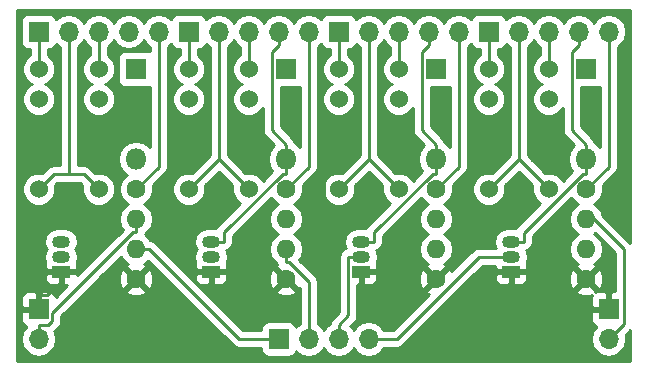
<source format=gbl>
G04 #@! TF.FileFunction,Copper,L2,Bot,Signal*
%FSLAX46Y46*%
G04 Gerber Fmt 4.6, Leading zero omitted, Abs format (unit mm)*
G04 Created by KiCad (PCBNEW 4.0.7-e2-6376~60~ubuntu17.10.1) date Sat Dec 16 23:23:54 2017*
%MOMM*%
%LPD*%
G01*
G04 APERTURE LIST*
%ADD10C,0.100000*%
%ADD11C,1.600000*%
%ADD12O,1.600000X1.600000*%
%ADD13R,1.700000X1.700000*%
%ADD14O,1.700000X1.700000*%
%ADD15C,1.524000*%
%ADD16O,1.500000X1.050000*%
%ADD17R,1.500000X1.050000*%
%ADD18R,1.800000X1.800000*%
%ADD19O,1.800000X1.800000*%
%ADD20C,0.600000*%
%ADD21C,0.250000*%
%ADD22C,0.254000*%
G04 APERTURE END LIST*
D10*
D11*
X175895000Y-112395000D03*
D12*
X175895000Y-114935000D03*
D13*
X177800000Y-122555000D03*
D14*
X177800000Y-125095000D03*
D13*
X129540000Y-122555000D03*
D14*
X129540000Y-125095000D03*
D13*
X149860000Y-125095000D03*
D14*
X152400000Y-125095000D03*
X154940000Y-125095000D03*
X157480000Y-125095000D03*
D13*
X129540000Y-99060000D03*
D14*
X132080000Y-99060000D03*
X134620000Y-99060000D03*
X137160000Y-99060000D03*
X139700000Y-99060000D03*
D13*
X142240000Y-99060000D03*
D14*
X144780000Y-99060000D03*
X147320000Y-99060000D03*
X149860000Y-99060000D03*
X152400000Y-99060000D03*
D13*
X154940000Y-99060000D03*
D14*
X157480000Y-99060000D03*
X160020000Y-99060000D03*
X162560000Y-99060000D03*
X165100000Y-99060000D03*
D13*
X167640000Y-99060000D03*
D14*
X170180000Y-99060000D03*
X172720000Y-99060000D03*
X175260000Y-99060000D03*
X177800000Y-99060000D03*
D15*
X134620000Y-102235000D03*
X129540000Y-102235000D03*
X134620000Y-104775000D03*
X129540000Y-104775000D03*
X134620000Y-112395000D03*
X129540000Y-112395000D03*
X147320000Y-102235000D03*
X142240000Y-102235000D03*
X147320000Y-104775000D03*
X142240000Y-104775000D03*
X147320000Y-112395000D03*
X142240000Y-112395000D03*
X160020000Y-102235000D03*
X154940000Y-102235000D03*
X160020000Y-104775000D03*
X154940000Y-104775000D03*
X160020000Y-112395000D03*
X154940000Y-112395000D03*
X172720000Y-102235000D03*
X167640000Y-102235000D03*
X172720000Y-104775000D03*
X167640000Y-104775000D03*
X172720000Y-112395000D03*
X167640000Y-112395000D03*
D16*
X131445000Y-118110000D03*
X131445000Y-116840000D03*
D17*
X131445000Y-119380000D03*
D16*
X144145000Y-118110000D03*
X144145000Y-116840000D03*
D17*
X144145000Y-119380000D03*
D16*
X156845000Y-118110000D03*
X156845000Y-116840000D03*
D17*
X156845000Y-119380000D03*
D16*
X169545000Y-118110000D03*
X169545000Y-116840000D03*
D17*
X169545000Y-119380000D03*
D18*
X137795000Y-102235000D03*
D19*
X137795000Y-109855000D03*
D18*
X150495000Y-102235000D03*
D19*
X150495000Y-109855000D03*
D18*
X163195000Y-102235000D03*
D19*
X163195000Y-109855000D03*
D18*
X175895000Y-102235000D03*
D19*
X175895000Y-109855000D03*
D11*
X137795000Y-112395000D03*
D12*
X137795000Y-114935000D03*
D11*
X137795000Y-120015000D03*
D12*
X137795000Y-117475000D03*
D11*
X150495000Y-120015000D03*
D12*
X150495000Y-117475000D03*
D11*
X150495000Y-112395000D03*
D12*
X150495000Y-114935000D03*
D11*
X163195000Y-120015000D03*
D12*
X163195000Y-117475000D03*
D11*
X163195000Y-112395000D03*
D12*
X163195000Y-114935000D03*
D11*
X175895000Y-120015000D03*
D12*
X175895000Y-117475000D03*
D20*
X169545000Y-113665000D03*
X171450000Y-109855000D03*
X172720000Y-107315000D03*
X175895000Y-106045000D03*
X151130000Y-106680000D03*
X132715000Y-114935000D03*
X135890000Y-108585000D03*
X135890000Y-111125000D03*
X153670000Y-116205000D03*
X153670000Y-110490000D03*
X163195000Y-106680000D03*
X160655000Y-106680000D03*
X158750000Y-108585000D03*
X141605000Y-116205000D03*
X144145000Y-113665000D03*
X146685000Y-109855000D03*
D21*
X177800000Y-125095000D02*
X179070000Y-123825000D01*
X179070000Y-117475000D02*
X176530000Y-114935000D01*
X179070000Y-123825000D02*
X179070000Y-117475000D01*
X176530000Y-114935000D02*
X175895000Y-114935000D01*
X130350600Y-123919700D02*
X129540000Y-123919700D01*
X130715300Y-123555000D02*
X130350600Y-123919700D01*
X130715300Y-122858600D02*
X130715300Y-123555000D01*
X137513600Y-116060300D02*
X130715300Y-122858600D01*
X137795000Y-116060300D02*
X137513600Y-116060300D01*
X137795000Y-114935000D02*
X137795000Y-116060300D01*
X129540000Y-125095000D02*
X129540000Y-123919700D01*
X145220300Y-116070200D02*
X145220300Y-116840000D01*
X150210200Y-111080300D02*
X145220300Y-116070200D01*
X150495000Y-111080300D02*
X150210200Y-111080300D01*
X144145000Y-116840000D02*
X145220300Y-116840000D01*
X150495000Y-110467600D02*
X150495000Y-111080300D01*
X150495000Y-110467600D02*
X150495000Y-109855000D01*
X149267300Y-100828000D02*
X149860000Y-100235300D01*
X149267300Y-107402000D02*
X149267300Y-100828000D01*
X150495000Y-108629700D02*
X149267300Y-107402000D01*
X150495000Y-109855000D02*
X150495000Y-108629700D01*
X149860000Y-99060000D02*
X149860000Y-100235300D01*
X157920300Y-116070200D02*
X157920300Y-116840000D01*
X162910200Y-111080300D02*
X157920300Y-116070200D01*
X163195000Y-111080300D02*
X162910200Y-111080300D01*
X156845000Y-116840000D02*
X157920300Y-116840000D01*
X163195000Y-110467600D02*
X163195000Y-111080300D01*
X163195000Y-110467600D02*
X163195000Y-109855000D01*
X161967300Y-100828000D02*
X162560000Y-100235300D01*
X161967300Y-107402000D02*
X161967300Y-100828000D01*
X163195000Y-108629700D02*
X161967300Y-107402000D01*
X163195000Y-109855000D02*
X163195000Y-108629700D01*
X162560000Y-99060000D02*
X162560000Y-100235300D01*
X170620300Y-116077000D02*
X170620300Y-116840000D01*
X175617000Y-111080300D02*
X170620300Y-116077000D01*
X175895000Y-111080300D02*
X175617000Y-111080300D01*
X169545000Y-116840000D02*
X170620300Y-116840000D01*
X175895000Y-110467600D02*
X175895000Y-111080300D01*
X175895000Y-110467600D02*
X175895000Y-109855000D01*
X174667300Y-100828000D02*
X175260000Y-100235300D01*
X174667300Y-107402000D02*
X174667300Y-100828000D01*
X175895000Y-108629700D02*
X174667300Y-107402000D01*
X175895000Y-109855000D02*
X175895000Y-108629700D01*
X175260000Y-99060000D02*
X175260000Y-100235300D01*
X171450000Y-109855000D02*
X172720000Y-108585000D01*
X172720000Y-108585000D02*
X172720000Y-107315000D01*
X163195000Y-120015000D02*
X169545000Y-113665000D01*
X129540000Y-119380000D02*
X129540000Y-115570000D01*
X129540000Y-115570000D02*
X130175000Y-114935000D01*
X130175000Y-114935000D02*
X132715000Y-114935000D01*
X131445000Y-119380000D02*
X129540000Y-119380000D01*
X135890000Y-111125000D02*
X135890000Y-108585000D01*
X153670000Y-116205000D02*
X153670000Y-110490000D01*
X158750000Y-108585000D02*
X160655000Y-106680000D01*
X141605000Y-116205000D02*
X144145000Y-113665000D01*
X130295600Y-121379700D02*
X129540000Y-121379700D01*
X131445000Y-120230300D02*
X130295600Y-121379700D01*
X131445000Y-119380000D02*
X131445000Y-120230300D01*
X129540000Y-122555000D02*
X129540000Y-121379700D01*
X146540300Y-125095000D02*
X149860000Y-125095000D01*
X138920300Y-117475000D02*
X146540300Y-125095000D01*
X137795000Y-117475000D02*
X138920300Y-117475000D01*
X152400000Y-120224000D02*
X152400000Y-125095000D01*
X150776300Y-118600300D02*
X152400000Y-120224000D01*
X150495000Y-118600300D02*
X150776300Y-118600300D01*
X150495000Y-117475000D02*
X150495000Y-118600300D01*
X155769700Y-123090000D02*
X154940000Y-123919700D01*
X155769700Y-118110000D02*
X155769700Y-123090000D01*
X156845000Y-118110000D02*
X155769700Y-118110000D01*
X154940000Y-125095000D02*
X154940000Y-123919700D01*
X159850100Y-125095000D02*
X157480000Y-125095000D01*
X166835100Y-118110000D02*
X159850100Y-125095000D01*
X169545000Y-118110000D02*
X166835100Y-118110000D01*
X129540000Y-102235000D02*
X129540000Y-99060000D01*
X132080000Y-111125000D02*
X132080000Y-99060000D01*
X130810000Y-111125000D02*
X132080000Y-111125000D01*
X129540000Y-112395000D02*
X130810000Y-111125000D01*
X133350000Y-111125000D02*
X134620000Y-112395000D01*
X132080000Y-111125000D02*
X133350000Y-111125000D01*
X134620000Y-102235000D02*
X134620000Y-99060000D01*
X139700000Y-110490000D02*
X139700000Y-99060000D01*
X137795000Y-112395000D02*
X139700000Y-110490000D01*
X142240000Y-102235000D02*
X142240000Y-99060000D01*
X142240000Y-112395000D02*
X144780000Y-109855000D01*
X147320000Y-112395000D02*
X144780000Y-109855000D01*
X144780000Y-109855000D02*
X144780000Y-99060000D01*
X147320000Y-102235000D02*
X147320000Y-99060000D01*
X152400000Y-110490000D02*
X152400000Y-99060000D01*
X150495000Y-112395000D02*
X152400000Y-110490000D01*
X154940000Y-102235000D02*
X154940000Y-99060000D01*
X154940000Y-112395000D02*
X157480000Y-109855000D01*
X160020000Y-112395000D02*
X157480000Y-109855000D01*
X157480000Y-109855000D02*
X157480000Y-99060000D01*
X160020000Y-102235000D02*
X160020000Y-99060000D01*
X165100000Y-110490000D02*
X165100000Y-99060000D01*
X163195000Y-112395000D02*
X165100000Y-110490000D01*
X167640000Y-102235000D02*
X167640000Y-99060000D01*
X167640000Y-112395000D02*
X170180000Y-109855000D01*
X172720000Y-112395000D02*
X170180000Y-109855000D01*
X170180000Y-109855000D02*
X170180000Y-99060000D01*
X172720000Y-102235000D02*
X172720000Y-99060000D01*
X177800000Y-110490000D02*
X177800000Y-99060000D01*
X175895000Y-112395000D02*
X177800000Y-110490000D01*
D22*
G36*
X179630000Y-116971421D02*
X179607401Y-116937599D01*
X177268746Y-114598944D01*
X177220767Y-114357736D01*
X176909698Y-113892189D01*
X176573290Y-113667408D01*
X176706800Y-113612243D01*
X177110824Y-113208923D01*
X177329750Y-112681691D01*
X177330248Y-112110813D01*
X177307951Y-112056851D01*
X178337401Y-111027401D01*
X178502148Y-110780839D01*
X178560000Y-110490000D01*
X178560000Y-100332954D01*
X178850054Y-100139147D01*
X179171961Y-99657378D01*
X179285000Y-99089093D01*
X179285000Y-99030907D01*
X179171961Y-98462622D01*
X178850054Y-97980853D01*
X178368285Y-97658946D01*
X177800000Y-97545907D01*
X177231715Y-97658946D01*
X176749946Y-97980853D01*
X176530000Y-98310026D01*
X176310054Y-97980853D01*
X175828285Y-97658946D01*
X175260000Y-97545907D01*
X174691715Y-97658946D01*
X174209946Y-97980853D01*
X173990000Y-98310026D01*
X173770054Y-97980853D01*
X173288285Y-97658946D01*
X172720000Y-97545907D01*
X172151715Y-97658946D01*
X171669946Y-97980853D01*
X171450000Y-98310026D01*
X171230054Y-97980853D01*
X170748285Y-97658946D01*
X170180000Y-97545907D01*
X169611715Y-97658946D01*
X169129946Y-97980853D01*
X169102150Y-98022452D01*
X169093162Y-97974683D01*
X168954090Y-97758559D01*
X168741890Y-97613569D01*
X168490000Y-97562560D01*
X166790000Y-97562560D01*
X166554683Y-97606838D01*
X166338559Y-97745910D01*
X166193569Y-97958110D01*
X166179914Y-98025541D01*
X166150054Y-97980853D01*
X165668285Y-97658946D01*
X165100000Y-97545907D01*
X164531715Y-97658946D01*
X164049946Y-97980853D01*
X163830000Y-98310026D01*
X163610054Y-97980853D01*
X163128285Y-97658946D01*
X162560000Y-97545907D01*
X161991715Y-97658946D01*
X161509946Y-97980853D01*
X161290000Y-98310026D01*
X161070054Y-97980853D01*
X160588285Y-97658946D01*
X160020000Y-97545907D01*
X159451715Y-97658946D01*
X158969946Y-97980853D01*
X158750000Y-98310026D01*
X158530054Y-97980853D01*
X158048285Y-97658946D01*
X157480000Y-97545907D01*
X156911715Y-97658946D01*
X156429946Y-97980853D01*
X156402150Y-98022452D01*
X156393162Y-97974683D01*
X156254090Y-97758559D01*
X156041890Y-97613569D01*
X155790000Y-97562560D01*
X154090000Y-97562560D01*
X153854683Y-97606838D01*
X153638559Y-97745910D01*
X153493569Y-97958110D01*
X153479914Y-98025541D01*
X153450054Y-97980853D01*
X152968285Y-97658946D01*
X152400000Y-97545907D01*
X151831715Y-97658946D01*
X151349946Y-97980853D01*
X151130000Y-98310026D01*
X150910054Y-97980853D01*
X150428285Y-97658946D01*
X149860000Y-97545907D01*
X149291715Y-97658946D01*
X148809946Y-97980853D01*
X148590000Y-98310026D01*
X148370054Y-97980853D01*
X147888285Y-97658946D01*
X147320000Y-97545907D01*
X146751715Y-97658946D01*
X146269946Y-97980853D01*
X146050000Y-98310026D01*
X145830054Y-97980853D01*
X145348285Y-97658946D01*
X144780000Y-97545907D01*
X144211715Y-97658946D01*
X143729946Y-97980853D01*
X143702150Y-98022452D01*
X143693162Y-97974683D01*
X143554090Y-97758559D01*
X143341890Y-97613569D01*
X143090000Y-97562560D01*
X141390000Y-97562560D01*
X141154683Y-97606838D01*
X140938559Y-97745910D01*
X140793569Y-97958110D01*
X140779914Y-98025541D01*
X140750054Y-97980853D01*
X140268285Y-97658946D01*
X139700000Y-97545907D01*
X139131715Y-97658946D01*
X138649946Y-97980853D01*
X138430000Y-98310026D01*
X138210054Y-97980853D01*
X137728285Y-97658946D01*
X137160000Y-97545907D01*
X136591715Y-97658946D01*
X136109946Y-97980853D01*
X135890000Y-98310026D01*
X135670054Y-97980853D01*
X135188285Y-97658946D01*
X134620000Y-97545907D01*
X134051715Y-97658946D01*
X133569946Y-97980853D01*
X133350000Y-98310026D01*
X133130054Y-97980853D01*
X132648285Y-97658946D01*
X132080000Y-97545907D01*
X131511715Y-97658946D01*
X131029946Y-97980853D01*
X131002150Y-98022452D01*
X130993162Y-97974683D01*
X130854090Y-97758559D01*
X130641890Y-97613569D01*
X130390000Y-97562560D01*
X128690000Y-97562560D01*
X128454683Y-97606838D01*
X128238559Y-97745910D01*
X128093569Y-97958110D01*
X128042560Y-98210000D01*
X128042560Y-99910000D01*
X128086838Y-100145317D01*
X128225910Y-100361441D01*
X128438110Y-100506431D01*
X128690000Y-100557440D01*
X128780000Y-100557440D01*
X128780000Y-101037469D01*
X128749697Y-101049990D01*
X128356371Y-101442630D01*
X128143243Y-101955900D01*
X128142758Y-102511661D01*
X128354990Y-103025303D01*
X128747630Y-103418629D01*
X128955512Y-103504949D01*
X128749697Y-103589990D01*
X128356371Y-103982630D01*
X128143243Y-104495900D01*
X128142758Y-105051661D01*
X128354990Y-105565303D01*
X128747630Y-105958629D01*
X129260900Y-106171757D01*
X129816661Y-106172242D01*
X130330303Y-105960010D01*
X130723629Y-105567370D01*
X130936757Y-105054100D01*
X130937242Y-104498339D01*
X130725010Y-103984697D01*
X130332370Y-103591371D01*
X130124488Y-103505051D01*
X130330303Y-103420010D01*
X130723629Y-103027370D01*
X130936757Y-102514100D01*
X130937242Y-101958339D01*
X130725010Y-101444697D01*
X130332370Y-101051371D01*
X130300000Y-101037930D01*
X130300000Y-100557440D01*
X130390000Y-100557440D01*
X130625317Y-100513162D01*
X130841441Y-100374090D01*
X130986431Y-100161890D01*
X131000086Y-100094459D01*
X131029946Y-100139147D01*
X131320000Y-100332954D01*
X131320000Y-110365000D01*
X130810000Y-110365000D01*
X130519160Y-110422852D01*
X130272599Y-110587599D01*
X129849381Y-111010817D01*
X129819100Y-110998243D01*
X129263339Y-110997758D01*
X128749697Y-111209990D01*
X128356371Y-111602630D01*
X128143243Y-112115900D01*
X128142758Y-112671661D01*
X128354990Y-113185303D01*
X128747630Y-113578629D01*
X129260900Y-113791757D01*
X129816661Y-113792242D01*
X130330303Y-113580010D01*
X130723629Y-113187370D01*
X130936757Y-112674100D01*
X130937242Y-112118339D01*
X130923857Y-112085945D01*
X131124802Y-111885000D01*
X133035198Y-111885000D01*
X133235817Y-112085619D01*
X133223243Y-112115900D01*
X133222758Y-112671661D01*
X133434990Y-113185303D01*
X133827630Y-113578629D01*
X134340900Y-113791757D01*
X134896661Y-113792242D01*
X135410303Y-113580010D01*
X135803629Y-113187370D01*
X136016757Y-112674100D01*
X136017242Y-112118339D01*
X135805010Y-111604697D01*
X135412370Y-111211371D01*
X134899100Y-110998243D01*
X134343339Y-110997758D01*
X134310945Y-111011143D01*
X133887401Y-110587599D01*
X133640839Y-110422852D01*
X133350000Y-110365000D01*
X132840000Y-110365000D01*
X132840000Y-100332954D01*
X133130054Y-100139147D01*
X133350000Y-99809974D01*
X133569946Y-100139147D01*
X133860000Y-100332954D01*
X133860000Y-101037469D01*
X133829697Y-101049990D01*
X133436371Y-101442630D01*
X133223243Y-101955900D01*
X133222758Y-102511661D01*
X133434990Y-103025303D01*
X133827630Y-103418629D01*
X134035512Y-103504949D01*
X133829697Y-103589990D01*
X133436371Y-103982630D01*
X133223243Y-104495900D01*
X133222758Y-105051661D01*
X133434990Y-105565303D01*
X133827630Y-105958629D01*
X134340900Y-106171757D01*
X134896661Y-106172242D01*
X135410303Y-105960010D01*
X135803629Y-105567370D01*
X136016757Y-105054100D01*
X136017242Y-104498339D01*
X135805010Y-103984697D01*
X135412370Y-103591371D01*
X135204488Y-103505051D01*
X135410303Y-103420010D01*
X135803629Y-103027370D01*
X136016757Y-102514100D01*
X136017242Y-101958339D01*
X135805010Y-101444697D01*
X135412370Y-101051371D01*
X135380000Y-101037930D01*
X135380000Y-100332954D01*
X135670054Y-100139147D01*
X135890000Y-99809974D01*
X136109946Y-100139147D01*
X136591715Y-100461054D01*
X137160000Y-100574093D01*
X137728285Y-100461054D01*
X138210054Y-100139147D01*
X138430000Y-99809974D01*
X138649946Y-100139147D01*
X138940000Y-100332954D01*
X138940000Y-100737174D01*
X138695000Y-100687560D01*
X136895000Y-100687560D01*
X136659683Y-100731838D01*
X136443559Y-100870910D01*
X136298569Y-101083110D01*
X136247560Y-101335000D01*
X136247560Y-103135000D01*
X136291838Y-103370317D01*
X136430910Y-103586441D01*
X136643110Y-103731431D01*
X136895000Y-103782440D01*
X138695000Y-103782440D01*
X138930317Y-103738162D01*
X138940000Y-103731931D01*
X138940000Y-108828703D01*
X138880409Y-108739519D01*
X138382419Y-108406773D01*
X137795000Y-108289928D01*
X137207581Y-108406773D01*
X136709591Y-108739519D01*
X136376845Y-109237509D01*
X136260000Y-109824928D01*
X136260000Y-109885072D01*
X136376845Y-110472491D01*
X136709591Y-110970481D01*
X137005816Y-111168412D01*
X136983200Y-111177757D01*
X136579176Y-111581077D01*
X136360250Y-112108309D01*
X136359752Y-112679187D01*
X136577757Y-113206800D01*
X136981077Y-113610824D01*
X137116954Y-113667245D01*
X136780302Y-113892189D01*
X136469233Y-114357736D01*
X136360000Y-114906887D01*
X136360000Y-114963113D01*
X136469233Y-115512264D01*
X136676555Y-115822543D01*
X132830000Y-119669098D01*
X132830000Y-119665750D01*
X132671250Y-119507000D01*
X131572000Y-119507000D01*
X131572000Y-120381250D01*
X131730750Y-120540000D01*
X131959098Y-120540000D01*
X130994366Y-121504732D01*
X130928327Y-121345301D01*
X130749698Y-121166673D01*
X130516309Y-121070000D01*
X129825750Y-121070000D01*
X129667000Y-121228750D01*
X129667000Y-122428000D01*
X129687000Y-122428000D01*
X129687000Y-122682000D01*
X129667000Y-122682000D01*
X129667000Y-122702000D01*
X129413000Y-122702000D01*
X129413000Y-122682000D01*
X128213750Y-122682000D01*
X128055000Y-122840750D01*
X128055000Y-123531310D01*
X128151673Y-123764699D01*
X128330302Y-123943327D01*
X128504777Y-124015597D01*
X128460853Y-124044946D01*
X128138946Y-124526715D01*
X128025907Y-125095000D01*
X128138946Y-125663285D01*
X128460853Y-126145054D01*
X128942622Y-126466961D01*
X129510907Y-126580000D01*
X129569093Y-126580000D01*
X130137378Y-126466961D01*
X130619147Y-126145054D01*
X130941054Y-125663285D01*
X131054093Y-125095000D01*
X130941054Y-124526715D01*
X130891921Y-124453181D01*
X131252701Y-124092401D01*
X131417448Y-123845839D01*
X131475300Y-123555000D01*
X131475300Y-123173402D01*
X133625957Y-121022745D01*
X136966861Y-121022745D01*
X137040995Y-121268864D01*
X137578223Y-121461965D01*
X138148454Y-121434778D01*
X138549005Y-121268864D01*
X138623139Y-121022745D01*
X137795000Y-120194605D01*
X136966861Y-121022745D01*
X133625957Y-121022745D01*
X134850479Y-119798223D01*
X136348035Y-119798223D01*
X136375222Y-120368454D01*
X136541136Y-120769005D01*
X136787255Y-120843139D01*
X137615395Y-120015000D01*
X137974605Y-120015000D01*
X138802745Y-120843139D01*
X139048864Y-120769005D01*
X139241965Y-120231777D01*
X139214778Y-119661546D01*
X139048864Y-119260995D01*
X138802745Y-119186861D01*
X137974605Y-120015000D01*
X137615395Y-120015000D01*
X136787255Y-119186861D01*
X136541136Y-119260995D01*
X136348035Y-119798223D01*
X134850479Y-119798223D01*
X136520184Y-118128518D01*
X136780302Y-118517811D01*
X137104868Y-118734679D01*
X137040995Y-118761136D01*
X136966861Y-119007255D01*
X137795000Y-119835395D01*
X138623139Y-119007255D01*
X138549005Y-118761136D01*
X138481728Y-118736954D01*
X138809698Y-118517811D01*
X138841185Y-118470687D01*
X146002899Y-125632401D01*
X146249460Y-125797148D01*
X146540300Y-125855000D01*
X148362560Y-125855000D01*
X148362560Y-125945000D01*
X148406838Y-126180317D01*
X148545910Y-126396441D01*
X148758110Y-126541431D01*
X149010000Y-126592440D01*
X150710000Y-126592440D01*
X150945317Y-126548162D01*
X151161441Y-126409090D01*
X151306431Y-126196890D01*
X151320086Y-126129459D01*
X151349946Y-126174147D01*
X151831715Y-126496054D01*
X152400000Y-126609093D01*
X152968285Y-126496054D01*
X153450054Y-126174147D01*
X153670000Y-125844974D01*
X153889946Y-126174147D01*
X154371715Y-126496054D01*
X154940000Y-126609093D01*
X155508285Y-126496054D01*
X155990054Y-126174147D01*
X156210000Y-125844974D01*
X156429946Y-126174147D01*
X156911715Y-126496054D01*
X157480000Y-126609093D01*
X158048285Y-126496054D01*
X158530054Y-126174147D01*
X158743301Y-125855000D01*
X159850100Y-125855000D01*
X160140939Y-125797148D01*
X160387501Y-125632401D01*
X164997157Y-121022745D01*
X175066861Y-121022745D01*
X175140995Y-121268864D01*
X175678223Y-121461965D01*
X176248454Y-121434778D01*
X176400738Y-121371700D01*
X176315000Y-121578690D01*
X176315000Y-122269250D01*
X176473750Y-122428000D01*
X177673000Y-122428000D01*
X177673000Y-121228750D01*
X177514250Y-121070000D01*
X176823691Y-121070000D01*
X176692542Y-121124324D01*
X176723139Y-121022745D01*
X175895000Y-120194605D01*
X175066861Y-121022745D01*
X164997157Y-121022745D01*
X166354152Y-119665750D01*
X168160000Y-119665750D01*
X168160000Y-120031309D01*
X168256673Y-120264698D01*
X168435301Y-120443327D01*
X168668690Y-120540000D01*
X169259250Y-120540000D01*
X169418000Y-120381250D01*
X169418000Y-119507000D01*
X169672000Y-119507000D01*
X169672000Y-120381250D01*
X169830750Y-120540000D01*
X170421310Y-120540000D01*
X170654699Y-120443327D01*
X170833327Y-120264698D01*
X170930000Y-120031309D01*
X170930000Y-119798223D01*
X174448035Y-119798223D01*
X174475222Y-120368454D01*
X174641136Y-120769005D01*
X174887255Y-120843139D01*
X175715395Y-120015000D01*
X176074605Y-120015000D01*
X176902745Y-120843139D01*
X177148864Y-120769005D01*
X177341965Y-120231777D01*
X177314778Y-119661546D01*
X177148864Y-119260995D01*
X176902745Y-119186861D01*
X176074605Y-120015000D01*
X175715395Y-120015000D01*
X174887255Y-119186861D01*
X174641136Y-119260995D01*
X174448035Y-119798223D01*
X170930000Y-119798223D01*
X170930000Y-119665750D01*
X170771250Y-119507000D01*
X169672000Y-119507000D01*
X169418000Y-119507000D01*
X168318750Y-119507000D01*
X168160000Y-119665750D01*
X166354152Y-119665750D01*
X167149902Y-118870000D01*
X168160000Y-118870000D01*
X168160000Y-119094250D01*
X168318750Y-119253000D01*
X169207401Y-119253000D01*
X169292866Y-119270000D01*
X169797134Y-119270000D01*
X169882599Y-119253000D01*
X170771250Y-119253000D01*
X170930000Y-119094250D01*
X170930000Y-118728691D01*
X170861902Y-118564288D01*
X170868834Y-118553913D01*
X170957134Y-118110000D01*
X170868834Y-117666087D01*
X170800699Y-117564116D01*
X170911139Y-117542148D01*
X171157701Y-117377401D01*
X171322448Y-117130839D01*
X171380300Y-116840000D01*
X171380300Y-116391802D01*
X174644877Y-113127225D01*
X174677757Y-113206800D01*
X175081077Y-113610824D01*
X175216954Y-113667245D01*
X174880302Y-113892189D01*
X174569233Y-114357736D01*
X174460000Y-114906887D01*
X174460000Y-114963113D01*
X174569233Y-115512264D01*
X174880302Y-115977811D01*
X175220314Y-116205000D01*
X174880302Y-116432189D01*
X174569233Y-116897736D01*
X174460000Y-117446887D01*
X174460000Y-117503113D01*
X174569233Y-118052264D01*
X174880302Y-118517811D01*
X175204868Y-118734679D01*
X175140995Y-118761136D01*
X175066861Y-119007255D01*
X175895000Y-119835395D01*
X176723139Y-119007255D01*
X176649005Y-118761136D01*
X176581728Y-118736954D01*
X176909698Y-118517811D01*
X177220767Y-118052264D01*
X177330000Y-117503113D01*
X177330000Y-117446887D01*
X177220767Y-116897736D01*
X176909698Y-116432189D01*
X176569686Y-116205000D01*
X176662909Y-116142711D01*
X178310000Y-117789802D01*
X178310000Y-121070000D01*
X178085750Y-121070000D01*
X177927000Y-121228750D01*
X177927000Y-122428000D01*
X177947000Y-122428000D01*
X177947000Y-122682000D01*
X177927000Y-122682000D01*
X177927000Y-122702000D01*
X177673000Y-122702000D01*
X177673000Y-122682000D01*
X176473750Y-122682000D01*
X176315000Y-122840750D01*
X176315000Y-123531310D01*
X176411673Y-123764699D01*
X176590302Y-123943327D01*
X176764777Y-124015597D01*
X176720853Y-124044946D01*
X176398946Y-124526715D01*
X176285907Y-125095000D01*
X176398946Y-125663285D01*
X176720853Y-126145054D01*
X177202622Y-126466961D01*
X177770907Y-126580000D01*
X177829093Y-126580000D01*
X178397378Y-126466961D01*
X178879147Y-126145054D01*
X179201054Y-125663285D01*
X179314093Y-125095000D01*
X179241210Y-124728592D01*
X179607401Y-124362401D01*
X179630000Y-124328579D01*
X179630000Y-126925000D01*
X127710000Y-126925000D01*
X127710000Y-121578690D01*
X128055000Y-121578690D01*
X128055000Y-122269250D01*
X128213750Y-122428000D01*
X129413000Y-122428000D01*
X129413000Y-121228750D01*
X129254250Y-121070000D01*
X128563691Y-121070000D01*
X128330302Y-121166673D01*
X128151673Y-121345301D01*
X128055000Y-121578690D01*
X127710000Y-121578690D01*
X127710000Y-119665750D01*
X130060000Y-119665750D01*
X130060000Y-120031309D01*
X130156673Y-120264698D01*
X130335301Y-120443327D01*
X130568690Y-120540000D01*
X131159250Y-120540000D01*
X131318000Y-120381250D01*
X131318000Y-119507000D01*
X130218750Y-119507000D01*
X130060000Y-119665750D01*
X127710000Y-119665750D01*
X127710000Y-116840000D01*
X130032866Y-116840000D01*
X130121166Y-117283913D01*
X130248846Y-117475000D01*
X130121166Y-117666087D01*
X130032866Y-118110000D01*
X130121166Y-118553913D01*
X130128098Y-118564288D01*
X130060000Y-118728691D01*
X130060000Y-119094250D01*
X130218750Y-119253000D01*
X131107401Y-119253000D01*
X131192866Y-119270000D01*
X131697134Y-119270000D01*
X131782599Y-119253000D01*
X132671250Y-119253000D01*
X132830000Y-119094250D01*
X132830000Y-118728691D01*
X132761902Y-118564288D01*
X132768834Y-118553913D01*
X132857134Y-118110000D01*
X132768834Y-117666087D01*
X132641154Y-117475000D01*
X132768834Y-117283913D01*
X132857134Y-116840000D01*
X132768834Y-116396087D01*
X132517378Y-116019756D01*
X132141047Y-115768300D01*
X131697134Y-115680000D01*
X131192866Y-115680000D01*
X130748953Y-115768300D01*
X130372622Y-116019756D01*
X130121166Y-116396087D01*
X130032866Y-116840000D01*
X127710000Y-116840000D01*
X127710000Y-97230000D01*
X179630000Y-97230000D01*
X179630000Y-116971421D01*
X179630000Y-116971421D01*
G37*
X179630000Y-116971421D02*
X179607401Y-116937599D01*
X177268746Y-114598944D01*
X177220767Y-114357736D01*
X176909698Y-113892189D01*
X176573290Y-113667408D01*
X176706800Y-113612243D01*
X177110824Y-113208923D01*
X177329750Y-112681691D01*
X177330248Y-112110813D01*
X177307951Y-112056851D01*
X178337401Y-111027401D01*
X178502148Y-110780839D01*
X178560000Y-110490000D01*
X178560000Y-100332954D01*
X178850054Y-100139147D01*
X179171961Y-99657378D01*
X179285000Y-99089093D01*
X179285000Y-99030907D01*
X179171961Y-98462622D01*
X178850054Y-97980853D01*
X178368285Y-97658946D01*
X177800000Y-97545907D01*
X177231715Y-97658946D01*
X176749946Y-97980853D01*
X176530000Y-98310026D01*
X176310054Y-97980853D01*
X175828285Y-97658946D01*
X175260000Y-97545907D01*
X174691715Y-97658946D01*
X174209946Y-97980853D01*
X173990000Y-98310026D01*
X173770054Y-97980853D01*
X173288285Y-97658946D01*
X172720000Y-97545907D01*
X172151715Y-97658946D01*
X171669946Y-97980853D01*
X171450000Y-98310026D01*
X171230054Y-97980853D01*
X170748285Y-97658946D01*
X170180000Y-97545907D01*
X169611715Y-97658946D01*
X169129946Y-97980853D01*
X169102150Y-98022452D01*
X169093162Y-97974683D01*
X168954090Y-97758559D01*
X168741890Y-97613569D01*
X168490000Y-97562560D01*
X166790000Y-97562560D01*
X166554683Y-97606838D01*
X166338559Y-97745910D01*
X166193569Y-97958110D01*
X166179914Y-98025541D01*
X166150054Y-97980853D01*
X165668285Y-97658946D01*
X165100000Y-97545907D01*
X164531715Y-97658946D01*
X164049946Y-97980853D01*
X163830000Y-98310026D01*
X163610054Y-97980853D01*
X163128285Y-97658946D01*
X162560000Y-97545907D01*
X161991715Y-97658946D01*
X161509946Y-97980853D01*
X161290000Y-98310026D01*
X161070054Y-97980853D01*
X160588285Y-97658946D01*
X160020000Y-97545907D01*
X159451715Y-97658946D01*
X158969946Y-97980853D01*
X158750000Y-98310026D01*
X158530054Y-97980853D01*
X158048285Y-97658946D01*
X157480000Y-97545907D01*
X156911715Y-97658946D01*
X156429946Y-97980853D01*
X156402150Y-98022452D01*
X156393162Y-97974683D01*
X156254090Y-97758559D01*
X156041890Y-97613569D01*
X155790000Y-97562560D01*
X154090000Y-97562560D01*
X153854683Y-97606838D01*
X153638559Y-97745910D01*
X153493569Y-97958110D01*
X153479914Y-98025541D01*
X153450054Y-97980853D01*
X152968285Y-97658946D01*
X152400000Y-97545907D01*
X151831715Y-97658946D01*
X151349946Y-97980853D01*
X151130000Y-98310026D01*
X150910054Y-97980853D01*
X150428285Y-97658946D01*
X149860000Y-97545907D01*
X149291715Y-97658946D01*
X148809946Y-97980853D01*
X148590000Y-98310026D01*
X148370054Y-97980853D01*
X147888285Y-97658946D01*
X147320000Y-97545907D01*
X146751715Y-97658946D01*
X146269946Y-97980853D01*
X146050000Y-98310026D01*
X145830054Y-97980853D01*
X145348285Y-97658946D01*
X144780000Y-97545907D01*
X144211715Y-97658946D01*
X143729946Y-97980853D01*
X143702150Y-98022452D01*
X143693162Y-97974683D01*
X143554090Y-97758559D01*
X143341890Y-97613569D01*
X143090000Y-97562560D01*
X141390000Y-97562560D01*
X141154683Y-97606838D01*
X140938559Y-97745910D01*
X140793569Y-97958110D01*
X140779914Y-98025541D01*
X140750054Y-97980853D01*
X140268285Y-97658946D01*
X139700000Y-97545907D01*
X139131715Y-97658946D01*
X138649946Y-97980853D01*
X138430000Y-98310026D01*
X138210054Y-97980853D01*
X137728285Y-97658946D01*
X137160000Y-97545907D01*
X136591715Y-97658946D01*
X136109946Y-97980853D01*
X135890000Y-98310026D01*
X135670054Y-97980853D01*
X135188285Y-97658946D01*
X134620000Y-97545907D01*
X134051715Y-97658946D01*
X133569946Y-97980853D01*
X133350000Y-98310026D01*
X133130054Y-97980853D01*
X132648285Y-97658946D01*
X132080000Y-97545907D01*
X131511715Y-97658946D01*
X131029946Y-97980853D01*
X131002150Y-98022452D01*
X130993162Y-97974683D01*
X130854090Y-97758559D01*
X130641890Y-97613569D01*
X130390000Y-97562560D01*
X128690000Y-97562560D01*
X128454683Y-97606838D01*
X128238559Y-97745910D01*
X128093569Y-97958110D01*
X128042560Y-98210000D01*
X128042560Y-99910000D01*
X128086838Y-100145317D01*
X128225910Y-100361441D01*
X128438110Y-100506431D01*
X128690000Y-100557440D01*
X128780000Y-100557440D01*
X128780000Y-101037469D01*
X128749697Y-101049990D01*
X128356371Y-101442630D01*
X128143243Y-101955900D01*
X128142758Y-102511661D01*
X128354990Y-103025303D01*
X128747630Y-103418629D01*
X128955512Y-103504949D01*
X128749697Y-103589990D01*
X128356371Y-103982630D01*
X128143243Y-104495900D01*
X128142758Y-105051661D01*
X128354990Y-105565303D01*
X128747630Y-105958629D01*
X129260900Y-106171757D01*
X129816661Y-106172242D01*
X130330303Y-105960010D01*
X130723629Y-105567370D01*
X130936757Y-105054100D01*
X130937242Y-104498339D01*
X130725010Y-103984697D01*
X130332370Y-103591371D01*
X130124488Y-103505051D01*
X130330303Y-103420010D01*
X130723629Y-103027370D01*
X130936757Y-102514100D01*
X130937242Y-101958339D01*
X130725010Y-101444697D01*
X130332370Y-101051371D01*
X130300000Y-101037930D01*
X130300000Y-100557440D01*
X130390000Y-100557440D01*
X130625317Y-100513162D01*
X130841441Y-100374090D01*
X130986431Y-100161890D01*
X131000086Y-100094459D01*
X131029946Y-100139147D01*
X131320000Y-100332954D01*
X131320000Y-110365000D01*
X130810000Y-110365000D01*
X130519160Y-110422852D01*
X130272599Y-110587599D01*
X129849381Y-111010817D01*
X129819100Y-110998243D01*
X129263339Y-110997758D01*
X128749697Y-111209990D01*
X128356371Y-111602630D01*
X128143243Y-112115900D01*
X128142758Y-112671661D01*
X128354990Y-113185303D01*
X128747630Y-113578629D01*
X129260900Y-113791757D01*
X129816661Y-113792242D01*
X130330303Y-113580010D01*
X130723629Y-113187370D01*
X130936757Y-112674100D01*
X130937242Y-112118339D01*
X130923857Y-112085945D01*
X131124802Y-111885000D01*
X133035198Y-111885000D01*
X133235817Y-112085619D01*
X133223243Y-112115900D01*
X133222758Y-112671661D01*
X133434990Y-113185303D01*
X133827630Y-113578629D01*
X134340900Y-113791757D01*
X134896661Y-113792242D01*
X135410303Y-113580010D01*
X135803629Y-113187370D01*
X136016757Y-112674100D01*
X136017242Y-112118339D01*
X135805010Y-111604697D01*
X135412370Y-111211371D01*
X134899100Y-110998243D01*
X134343339Y-110997758D01*
X134310945Y-111011143D01*
X133887401Y-110587599D01*
X133640839Y-110422852D01*
X133350000Y-110365000D01*
X132840000Y-110365000D01*
X132840000Y-100332954D01*
X133130054Y-100139147D01*
X133350000Y-99809974D01*
X133569946Y-100139147D01*
X133860000Y-100332954D01*
X133860000Y-101037469D01*
X133829697Y-101049990D01*
X133436371Y-101442630D01*
X133223243Y-101955900D01*
X133222758Y-102511661D01*
X133434990Y-103025303D01*
X133827630Y-103418629D01*
X134035512Y-103504949D01*
X133829697Y-103589990D01*
X133436371Y-103982630D01*
X133223243Y-104495900D01*
X133222758Y-105051661D01*
X133434990Y-105565303D01*
X133827630Y-105958629D01*
X134340900Y-106171757D01*
X134896661Y-106172242D01*
X135410303Y-105960010D01*
X135803629Y-105567370D01*
X136016757Y-105054100D01*
X136017242Y-104498339D01*
X135805010Y-103984697D01*
X135412370Y-103591371D01*
X135204488Y-103505051D01*
X135410303Y-103420010D01*
X135803629Y-103027370D01*
X136016757Y-102514100D01*
X136017242Y-101958339D01*
X135805010Y-101444697D01*
X135412370Y-101051371D01*
X135380000Y-101037930D01*
X135380000Y-100332954D01*
X135670054Y-100139147D01*
X135890000Y-99809974D01*
X136109946Y-100139147D01*
X136591715Y-100461054D01*
X137160000Y-100574093D01*
X137728285Y-100461054D01*
X138210054Y-100139147D01*
X138430000Y-99809974D01*
X138649946Y-100139147D01*
X138940000Y-100332954D01*
X138940000Y-100737174D01*
X138695000Y-100687560D01*
X136895000Y-100687560D01*
X136659683Y-100731838D01*
X136443559Y-100870910D01*
X136298569Y-101083110D01*
X136247560Y-101335000D01*
X136247560Y-103135000D01*
X136291838Y-103370317D01*
X136430910Y-103586441D01*
X136643110Y-103731431D01*
X136895000Y-103782440D01*
X138695000Y-103782440D01*
X138930317Y-103738162D01*
X138940000Y-103731931D01*
X138940000Y-108828703D01*
X138880409Y-108739519D01*
X138382419Y-108406773D01*
X137795000Y-108289928D01*
X137207581Y-108406773D01*
X136709591Y-108739519D01*
X136376845Y-109237509D01*
X136260000Y-109824928D01*
X136260000Y-109885072D01*
X136376845Y-110472491D01*
X136709591Y-110970481D01*
X137005816Y-111168412D01*
X136983200Y-111177757D01*
X136579176Y-111581077D01*
X136360250Y-112108309D01*
X136359752Y-112679187D01*
X136577757Y-113206800D01*
X136981077Y-113610824D01*
X137116954Y-113667245D01*
X136780302Y-113892189D01*
X136469233Y-114357736D01*
X136360000Y-114906887D01*
X136360000Y-114963113D01*
X136469233Y-115512264D01*
X136676555Y-115822543D01*
X132830000Y-119669098D01*
X132830000Y-119665750D01*
X132671250Y-119507000D01*
X131572000Y-119507000D01*
X131572000Y-120381250D01*
X131730750Y-120540000D01*
X131959098Y-120540000D01*
X130994366Y-121504732D01*
X130928327Y-121345301D01*
X130749698Y-121166673D01*
X130516309Y-121070000D01*
X129825750Y-121070000D01*
X129667000Y-121228750D01*
X129667000Y-122428000D01*
X129687000Y-122428000D01*
X129687000Y-122682000D01*
X129667000Y-122682000D01*
X129667000Y-122702000D01*
X129413000Y-122702000D01*
X129413000Y-122682000D01*
X128213750Y-122682000D01*
X128055000Y-122840750D01*
X128055000Y-123531310D01*
X128151673Y-123764699D01*
X128330302Y-123943327D01*
X128504777Y-124015597D01*
X128460853Y-124044946D01*
X128138946Y-124526715D01*
X128025907Y-125095000D01*
X128138946Y-125663285D01*
X128460853Y-126145054D01*
X128942622Y-126466961D01*
X129510907Y-126580000D01*
X129569093Y-126580000D01*
X130137378Y-126466961D01*
X130619147Y-126145054D01*
X130941054Y-125663285D01*
X131054093Y-125095000D01*
X130941054Y-124526715D01*
X130891921Y-124453181D01*
X131252701Y-124092401D01*
X131417448Y-123845839D01*
X131475300Y-123555000D01*
X131475300Y-123173402D01*
X133625957Y-121022745D01*
X136966861Y-121022745D01*
X137040995Y-121268864D01*
X137578223Y-121461965D01*
X138148454Y-121434778D01*
X138549005Y-121268864D01*
X138623139Y-121022745D01*
X137795000Y-120194605D01*
X136966861Y-121022745D01*
X133625957Y-121022745D01*
X134850479Y-119798223D01*
X136348035Y-119798223D01*
X136375222Y-120368454D01*
X136541136Y-120769005D01*
X136787255Y-120843139D01*
X137615395Y-120015000D01*
X137974605Y-120015000D01*
X138802745Y-120843139D01*
X139048864Y-120769005D01*
X139241965Y-120231777D01*
X139214778Y-119661546D01*
X139048864Y-119260995D01*
X138802745Y-119186861D01*
X137974605Y-120015000D01*
X137615395Y-120015000D01*
X136787255Y-119186861D01*
X136541136Y-119260995D01*
X136348035Y-119798223D01*
X134850479Y-119798223D01*
X136520184Y-118128518D01*
X136780302Y-118517811D01*
X137104868Y-118734679D01*
X137040995Y-118761136D01*
X136966861Y-119007255D01*
X137795000Y-119835395D01*
X138623139Y-119007255D01*
X138549005Y-118761136D01*
X138481728Y-118736954D01*
X138809698Y-118517811D01*
X138841185Y-118470687D01*
X146002899Y-125632401D01*
X146249460Y-125797148D01*
X146540300Y-125855000D01*
X148362560Y-125855000D01*
X148362560Y-125945000D01*
X148406838Y-126180317D01*
X148545910Y-126396441D01*
X148758110Y-126541431D01*
X149010000Y-126592440D01*
X150710000Y-126592440D01*
X150945317Y-126548162D01*
X151161441Y-126409090D01*
X151306431Y-126196890D01*
X151320086Y-126129459D01*
X151349946Y-126174147D01*
X151831715Y-126496054D01*
X152400000Y-126609093D01*
X152968285Y-126496054D01*
X153450054Y-126174147D01*
X153670000Y-125844974D01*
X153889946Y-126174147D01*
X154371715Y-126496054D01*
X154940000Y-126609093D01*
X155508285Y-126496054D01*
X155990054Y-126174147D01*
X156210000Y-125844974D01*
X156429946Y-126174147D01*
X156911715Y-126496054D01*
X157480000Y-126609093D01*
X158048285Y-126496054D01*
X158530054Y-126174147D01*
X158743301Y-125855000D01*
X159850100Y-125855000D01*
X160140939Y-125797148D01*
X160387501Y-125632401D01*
X164997157Y-121022745D01*
X175066861Y-121022745D01*
X175140995Y-121268864D01*
X175678223Y-121461965D01*
X176248454Y-121434778D01*
X176400738Y-121371700D01*
X176315000Y-121578690D01*
X176315000Y-122269250D01*
X176473750Y-122428000D01*
X177673000Y-122428000D01*
X177673000Y-121228750D01*
X177514250Y-121070000D01*
X176823691Y-121070000D01*
X176692542Y-121124324D01*
X176723139Y-121022745D01*
X175895000Y-120194605D01*
X175066861Y-121022745D01*
X164997157Y-121022745D01*
X166354152Y-119665750D01*
X168160000Y-119665750D01*
X168160000Y-120031309D01*
X168256673Y-120264698D01*
X168435301Y-120443327D01*
X168668690Y-120540000D01*
X169259250Y-120540000D01*
X169418000Y-120381250D01*
X169418000Y-119507000D01*
X169672000Y-119507000D01*
X169672000Y-120381250D01*
X169830750Y-120540000D01*
X170421310Y-120540000D01*
X170654699Y-120443327D01*
X170833327Y-120264698D01*
X170930000Y-120031309D01*
X170930000Y-119798223D01*
X174448035Y-119798223D01*
X174475222Y-120368454D01*
X174641136Y-120769005D01*
X174887255Y-120843139D01*
X175715395Y-120015000D01*
X176074605Y-120015000D01*
X176902745Y-120843139D01*
X177148864Y-120769005D01*
X177341965Y-120231777D01*
X177314778Y-119661546D01*
X177148864Y-119260995D01*
X176902745Y-119186861D01*
X176074605Y-120015000D01*
X175715395Y-120015000D01*
X174887255Y-119186861D01*
X174641136Y-119260995D01*
X174448035Y-119798223D01*
X170930000Y-119798223D01*
X170930000Y-119665750D01*
X170771250Y-119507000D01*
X169672000Y-119507000D01*
X169418000Y-119507000D01*
X168318750Y-119507000D01*
X168160000Y-119665750D01*
X166354152Y-119665750D01*
X167149902Y-118870000D01*
X168160000Y-118870000D01*
X168160000Y-119094250D01*
X168318750Y-119253000D01*
X169207401Y-119253000D01*
X169292866Y-119270000D01*
X169797134Y-119270000D01*
X169882599Y-119253000D01*
X170771250Y-119253000D01*
X170930000Y-119094250D01*
X170930000Y-118728691D01*
X170861902Y-118564288D01*
X170868834Y-118553913D01*
X170957134Y-118110000D01*
X170868834Y-117666087D01*
X170800699Y-117564116D01*
X170911139Y-117542148D01*
X171157701Y-117377401D01*
X171322448Y-117130839D01*
X171380300Y-116840000D01*
X171380300Y-116391802D01*
X174644877Y-113127225D01*
X174677757Y-113206800D01*
X175081077Y-113610824D01*
X175216954Y-113667245D01*
X174880302Y-113892189D01*
X174569233Y-114357736D01*
X174460000Y-114906887D01*
X174460000Y-114963113D01*
X174569233Y-115512264D01*
X174880302Y-115977811D01*
X175220314Y-116205000D01*
X174880302Y-116432189D01*
X174569233Y-116897736D01*
X174460000Y-117446887D01*
X174460000Y-117503113D01*
X174569233Y-118052264D01*
X174880302Y-118517811D01*
X175204868Y-118734679D01*
X175140995Y-118761136D01*
X175066861Y-119007255D01*
X175895000Y-119835395D01*
X176723139Y-119007255D01*
X176649005Y-118761136D01*
X176581728Y-118736954D01*
X176909698Y-118517811D01*
X177220767Y-118052264D01*
X177330000Y-117503113D01*
X177330000Y-117446887D01*
X177220767Y-116897736D01*
X176909698Y-116432189D01*
X176569686Y-116205000D01*
X176662909Y-116142711D01*
X178310000Y-117789802D01*
X178310000Y-121070000D01*
X178085750Y-121070000D01*
X177927000Y-121228750D01*
X177927000Y-122428000D01*
X177947000Y-122428000D01*
X177947000Y-122682000D01*
X177927000Y-122682000D01*
X177927000Y-122702000D01*
X177673000Y-122702000D01*
X177673000Y-122682000D01*
X176473750Y-122682000D01*
X176315000Y-122840750D01*
X176315000Y-123531310D01*
X176411673Y-123764699D01*
X176590302Y-123943327D01*
X176764777Y-124015597D01*
X176720853Y-124044946D01*
X176398946Y-124526715D01*
X176285907Y-125095000D01*
X176398946Y-125663285D01*
X176720853Y-126145054D01*
X177202622Y-126466961D01*
X177770907Y-126580000D01*
X177829093Y-126580000D01*
X178397378Y-126466961D01*
X178879147Y-126145054D01*
X179201054Y-125663285D01*
X179314093Y-125095000D01*
X179241210Y-124728592D01*
X179607401Y-124362401D01*
X179630000Y-124328579D01*
X179630000Y-126925000D01*
X127710000Y-126925000D01*
X127710000Y-121578690D01*
X128055000Y-121578690D01*
X128055000Y-122269250D01*
X128213750Y-122428000D01*
X129413000Y-122428000D01*
X129413000Y-121228750D01*
X129254250Y-121070000D01*
X128563691Y-121070000D01*
X128330302Y-121166673D01*
X128151673Y-121345301D01*
X128055000Y-121578690D01*
X127710000Y-121578690D01*
X127710000Y-119665750D01*
X130060000Y-119665750D01*
X130060000Y-120031309D01*
X130156673Y-120264698D01*
X130335301Y-120443327D01*
X130568690Y-120540000D01*
X131159250Y-120540000D01*
X131318000Y-120381250D01*
X131318000Y-119507000D01*
X130218750Y-119507000D01*
X130060000Y-119665750D01*
X127710000Y-119665750D01*
X127710000Y-116840000D01*
X130032866Y-116840000D01*
X130121166Y-117283913D01*
X130248846Y-117475000D01*
X130121166Y-117666087D01*
X130032866Y-118110000D01*
X130121166Y-118553913D01*
X130128098Y-118564288D01*
X130060000Y-118728691D01*
X130060000Y-119094250D01*
X130218750Y-119253000D01*
X131107401Y-119253000D01*
X131192866Y-119270000D01*
X131697134Y-119270000D01*
X131782599Y-119253000D01*
X132671250Y-119253000D01*
X132830000Y-119094250D01*
X132830000Y-118728691D01*
X132761902Y-118564288D01*
X132768834Y-118553913D01*
X132857134Y-118110000D01*
X132768834Y-117666087D01*
X132641154Y-117475000D01*
X132768834Y-117283913D01*
X132857134Y-116840000D01*
X132768834Y-116396087D01*
X132517378Y-116019756D01*
X132141047Y-115768300D01*
X131697134Y-115680000D01*
X131192866Y-115680000D01*
X130748953Y-115768300D01*
X130372622Y-116019756D01*
X130121166Y-116396087D01*
X130032866Y-116840000D01*
X127710000Y-116840000D01*
X127710000Y-97230000D01*
X179630000Y-97230000D01*
X179630000Y-116971421D01*
G36*
X156429946Y-100139147D02*
X156720000Y-100332954D01*
X156720000Y-109540198D01*
X155249381Y-111010817D01*
X155219100Y-110998243D01*
X154663339Y-110997758D01*
X154149697Y-111209990D01*
X153756371Y-111602630D01*
X153543243Y-112115900D01*
X153542758Y-112671661D01*
X153754990Y-113185303D01*
X154147630Y-113578629D01*
X154660900Y-113791757D01*
X155216661Y-113792242D01*
X155730303Y-113580010D01*
X156123629Y-113187370D01*
X156336757Y-112674100D01*
X156337242Y-112118339D01*
X156323857Y-112085945D01*
X157480000Y-110929802D01*
X158635817Y-112085619D01*
X158623243Y-112115900D01*
X158622758Y-112671661D01*
X158834990Y-113185303D01*
X159227630Y-113578629D01*
X159304959Y-113610739D01*
X157382899Y-115532799D01*
X157262557Y-115712905D01*
X157097134Y-115680000D01*
X156592866Y-115680000D01*
X156148953Y-115768300D01*
X155772622Y-116019756D01*
X155521166Y-116396087D01*
X155432866Y-116840000D01*
X155521166Y-117283913D01*
X155589301Y-117385884D01*
X155478861Y-117407852D01*
X155232299Y-117572599D01*
X155067552Y-117819161D01*
X155009700Y-118110000D01*
X155009700Y-122775198D01*
X154402599Y-123382299D01*
X154237852Y-123628861D01*
X154202402Y-123807077D01*
X153889946Y-124015853D01*
X153670000Y-124345026D01*
X153450054Y-124015853D01*
X153160000Y-123822046D01*
X153160000Y-120224000D01*
X153102148Y-119933161D01*
X152937401Y-119686599D01*
X151613405Y-118362603D01*
X151820767Y-118052264D01*
X151930000Y-117503113D01*
X151930000Y-117446887D01*
X151820767Y-116897736D01*
X151509698Y-116432189D01*
X151169686Y-116205000D01*
X151509698Y-115977811D01*
X151820767Y-115512264D01*
X151930000Y-114963113D01*
X151930000Y-114906887D01*
X151820767Y-114357736D01*
X151509698Y-113892189D01*
X151173290Y-113667408D01*
X151306800Y-113612243D01*
X151710824Y-113208923D01*
X151929750Y-112681691D01*
X151930248Y-112110813D01*
X151907951Y-112056851D01*
X152937401Y-111027401D01*
X153102148Y-110780839D01*
X153160000Y-110490000D01*
X153160000Y-100332954D01*
X153450054Y-100139147D01*
X153477850Y-100097548D01*
X153486838Y-100145317D01*
X153625910Y-100361441D01*
X153838110Y-100506431D01*
X154090000Y-100557440D01*
X154180000Y-100557440D01*
X154180000Y-101037469D01*
X154149697Y-101049990D01*
X153756371Y-101442630D01*
X153543243Y-101955900D01*
X153542758Y-102511661D01*
X153754990Y-103025303D01*
X154147630Y-103418629D01*
X154355512Y-103504949D01*
X154149697Y-103589990D01*
X153756371Y-103982630D01*
X153543243Y-104495900D01*
X153542758Y-105051661D01*
X153754990Y-105565303D01*
X154147630Y-105958629D01*
X154660900Y-106171757D01*
X155216661Y-106172242D01*
X155730303Y-105960010D01*
X156123629Y-105567370D01*
X156336757Y-105054100D01*
X156337242Y-104498339D01*
X156125010Y-103984697D01*
X155732370Y-103591371D01*
X155524488Y-103505051D01*
X155730303Y-103420010D01*
X156123629Y-103027370D01*
X156336757Y-102514100D01*
X156337242Y-101958339D01*
X156125010Y-101444697D01*
X155732370Y-101051371D01*
X155700000Y-101037930D01*
X155700000Y-100557440D01*
X155790000Y-100557440D01*
X156025317Y-100513162D01*
X156241441Y-100374090D01*
X156386431Y-100161890D01*
X156400086Y-100094459D01*
X156429946Y-100139147D01*
X156429946Y-100139147D01*
G37*
X156429946Y-100139147D02*
X156720000Y-100332954D01*
X156720000Y-109540198D01*
X155249381Y-111010817D01*
X155219100Y-110998243D01*
X154663339Y-110997758D01*
X154149697Y-111209990D01*
X153756371Y-111602630D01*
X153543243Y-112115900D01*
X153542758Y-112671661D01*
X153754990Y-113185303D01*
X154147630Y-113578629D01*
X154660900Y-113791757D01*
X155216661Y-113792242D01*
X155730303Y-113580010D01*
X156123629Y-113187370D01*
X156336757Y-112674100D01*
X156337242Y-112118339D01*
X156323857Y-112085945D01*
X157480000Y-110929802D01*
X158635817Y-112085619D01*
X158623243Y-112115900D01*
X158622758Y-112671661D01*
X158834990Y-113185303D01*
X159227630Y-113578629D01*
X159304959Y-113610739D01*
X157382899Y-115532799D01*
X157262557Y-115712905D01*
X157097134Y-115680000D01*
X156592866Y-115680000D01*
X156148953Y-115768300D01*
X155772622Y-116019756D01*
X155521166Y-116396087D01*
X155432866Y-116840000D01*
X155521166Y-117283913D01*
X155589301Y-117385884D01*
X155478861Y-117407852D01*
X155232299Y-117572599D01*
X155067552Y-117819161D01*
X155009700Y-118110000D01*
X155009700Y-122775198D01*
X154402599Y-123382299D01*
X154237852Y-123628861D01*
X154202402Y-123807077D01*
X153889946Y-124015853D01*
X153670000Y-124345026D01*
X153450054Y-124015853D01*
X153160000Y-123822046D01*
X153160000Y-120224000D01*
X153102148Y-119933161D01*
X152937401Y-119686599D01*
X151613405Y-118362603D01*
X151820767Y-118052264D01*
X151930000Y-117503113D01*
X151930000Y-117446887D01*
X151820767Y-116897736D01*
X151509698Y-116432189D01*
X151169686Y-116205000D01*
X151509698Y-115977811D01*
X151820767Y-115512264D01*
X151930000Y-114963113D01*
X151930000Y-114906887D01*
X151820767Y-114357736D01*
X151509698Y-113892189D01*
X151173290Y-113667408D01*
X151306800Y-113612243D01*
X151710824Y-113208923D01*
X151929750Y-112681691D01*
X151930248Y-112110813D01*
X151907951Y-112056851D01*
X152937401Y-111027401D01*
X153102148Y-110780839D01*
X153160000Y-110490000D01*
X153160000Y-100332954D01*
X153450054Y-100139147D01*
X153477850Y-100097548D01*
X153486838Y-100145317D01*
X153625910Y-100361441D01*
X153838110Y-100506431D01*
X154090000Y-100557440D01*
X154180000Y-100557440D01*
X154180000Y-101037469D01*
X154149697Y-101049990D01*
X153756371Y-101442630D01*
X153543243Y-101955900D01*
X153542758Y-102511661D01*
X153754990Y-103025303D01*
X154147630Y-103418629D01*
X154355512Y-103504949D01*
X154149697Y-103589990D01*
X153756371Y-103982630D01*
X153543243Y-104495900D01*
X153542758Y-105051661D01*
X153754990Y-105565303D01*
X154147630Y-105958629D01*
X154660900Y-106171757D01*
X155216661Y-106172242D01*
X155730303Y-105960010D01*
X156123629Y-105567370D01*
X156336757Y-105054100D01*
X156337242Y-104498339D01*
X156125010Y-103984697D01*
X155732370Y-103591371D01*
X155524488Y-103505051D01*
X155730303Y-103420010D01*
X156123629Y-103027370D01*
X156336757Y-102514100D01*
X156337242Y-101958339D01*
X156125010Y-101444697D01*
X155732370Y-101051371D01*
X155700000Y-101037930D01*
X155700000Y-100557440D01*
X155790000Y-100557440D01*
X156025317Y-100513162D01*
X156241441Y-100374090D01*
X156386431Y-100161890D01*
X156400086Y-100094459D01*
X156429946Y-100139147D01*
G36*
X169129946Y-100139147D02*
X169420000Y-100332954D01*
X169420000Y-109540198D01*
X167949381Y-111010817D01*
X167919100Y-110998243D01*
X167363339Y-110997758D01*
X166849697Y-111209990D01*
X166456371Y-111602630D01*
X166243243Y-112115900D01*
X166242758Y-112671661D01*
X166454990Y-113185303D01*
X166847630Y-113578629D01*
X167360900Y-113791757D01*
X167916661Y-113792242D01*
X168430303Y-113580010D01*
X168823629Y-113187370D01*
X169036757Y-112674100D01*
X169037242Y-112118339D01*
X169023857Y-112085945D01*
X170180000Y-110929802D01*
X171335817Y-112085619D01*
X171323243Y-112115900D01*
X171322758Y-112671661D01*
X171534990Y-113185303D01*
X171927630Y-113578629D01*
X172009764Y-113612734D01*
X170082899Y-115539599D01*
X169966567Y-115713702D01*
X169797134Y-115680000D01*
X169292866Y-115680000D01*
X168848953Y-115768300D01*
X168472622Y-116019756D01*
X168221166Y-116396087D01*
X168132866Y-116840000D01*
X168221166Y-117283913D01*
X168265324Y-117350000D01*
X166835100Y-117350000D01*
X166544261Y-117407852D01*
X166297699Y-117572599D01*
X164495856Y-119374442D01*
X164448864Y-119260995D01*
X164202745Y-119186861D01*
X163374605Y-120015000D01*
X163388748Y-120029142D01*
X163209142Y-120208748D01*
X163195000Y-120194605D01*
X162366861Y-121022745D01*
X162440995Y-121268864D01*
X162559013Y-121311285D01*
X159535298Y-124335000D01*
X158743301Y-124335000D01*
X158530054Y-124015853D01*
X158048285Y-123693946D01*
X157480000Y-123580907D01*
X156911715Y-123693946D01*
X156429946Y-124015853D01*
X156210000Y-124345026D01*
X155990054Y-124015853D01*
X155947250Y-123987252D01*
X156307101Y-123627401D01*
X156471848Y-123380839D01*
X156529700Y-123090000D01*
X156529700Y-120540000D01*
X156559250Y-120540000D01*
X156718000Y-120381250D01*
X156718000Y-119507000D01*
X156972000Y-119507000D01*
X156972000Y-120381250D01*
X157130750Y-120540000D01*
X157721310Y-120540000D01*
X157954699Y-120443327D01*
X158133327Y-120264698D01*
X158230000Y-120031309D01*
X158230000Y-119798223D01*
X161748035Y-119798223D01*
X161775222Y-120368454D01*
X161941136Y-120769005D01*
X162187255Y-120843139D01*
X163015395Y-120015000D01*
X162187255Y-119186861D01*
X161941136Y-119260995D01*
X161748035Y-119798223D01*
X158230000Y-119798223D01*
X158230000Y-119665750D01*
X158071250Y-119507000D01*
X156972000Y-119507000D01*
X156718000Y-119507000D01*
X156698000Y-119507000D01*
X156698000Y-119270000D01*
X157097134Y-119270000D01*
X157182599Y-119253000D01*
X158071250Y-119253000D01*
X158230000Y-119094250D01*
X158230000Y-118728691D01*
X158161902Y-118564288D01*
X158168834Y-118553913D01*
X158257134Y-118110000D01*
X158168834Y-117666087D01*
X158100699Y-117564116D01*
X158211139Y-117542148D01*
X158457701Y-117377401D01*
X158622448Y-117130839D01*
X158680300Y-116840000D01*
X158680300Y-116385002D01*
X161942889Y-113122413D01*
X161977757Y-113206800D01*
X162381077Y-113610824D01*
X162516954Y-113667245D01*
X162180302Y-113892189D01*
X161869233Y-114357736D01*
X161760000Y-114906887D01*
X161760000Y-114963113D01*
X161869233Y-115512264D01*
X162180302Y-115977811D01*
X162520314Y-116205000D01*
X162180302Y-116432189D01*
X161869233Y-116897736D01*
X161760000Y-117446887D01*
X161760000Y-117503113D01*
X161869233Y-118052264D01*
X162180302Y-118517811D01*
X162504868Y-118734679D01*
X162440995Y-118761136D01*
X162366861Y-119007255D01*
X163195000Y-119835395D01*
X164023139Y-119007255D01*
X163949005Y-118761136D01*
X163881728Y-118736954D01*
X164209698Y-118517811D01*
X164520767Y-118052264D01*
X164630000Y-117503113D01*
X164630000Y-117446887D01*
X164520767Y-116897736D01*
X164209698Y-116432189D01*
X163869686Y-116205000D01*
X164209698Y-115977811D01*
X164520767Y-115512264D01*
X164630000Y-114963113D01*
X164630000Y-114906887D01*
X164520767Y-114357736D01*
X164209698Y-113892189D01*
X163873290Y-113667408D01*
X164006800Y-113612243D01*
X164410824Y-113208923D01*
X164629750Y-112681691D01*
X164630248Y-112110813D01*
X164607951Y-112056851D01*
X165637401Y-111027401D01*
X165802148Y-110780839D01*
X165860000Y-110490000D01*
X165860000Y-100332954D01*
X166150054Y-100139147D01*
X166177850Y-100097548D01*
X166186838Y-100145317D01*
X166325910Y-100361441D01*
X166538110Y-100506431D01*
X166790000Y-100557440D01*
X166880000Y-100557440D01*
X166880000Y-101037469D01*
X166849697Y-101049990D01*
X166456371Y-101442630D01*
X166243243Y-101955900D01*
X166242758Y-102511661D01*
X166454990Y-103025303D01*
X166847630Y-103418629D01*
X167055512Y-103504949D01*
X166849697Y-103589990D01*
X166456371Y-103982630D01*
X166243243Y-104495900D01*
X166242758Y-105051661D01*
X166454990Y-105565303D01*
X166847630Y-105958629D01*
X167360900Y-106171757D01*
X167916661Y-106172242D01*
X168430303Y-105960010D01*
X168823629Y-105567370D01*
X169036757Y-105054100D01*
X169037242Y-104498339D01*
X168825010Y-103984697D01*
X168432370Y-103591371D01*
X168224488Y-103505051D01*
X168430303Y-103420010D01*
X168823629Y-103027370D01*
X169036757Y-102514100D01*
X169037242Y-101958339D01*
X168825010Y-101444697D01*
X168432370Y-101051371D01*
X168400000Y-101037930D01*
X168400000Y-100557440D01*
X168490000Y-100557440D01*
X168725317Y-100513162D01*
X168941441Y-100374090D01*
X169086431Y-100161890D01*
X169100086Y-100094459D01*
X169129946Y-100139147D01*
X169129946Y-100139147D01*
G37*
X169129946Y-100139147D02*
X169420000Y-100332954D01*
X169420000Y-109540198D01*
X167949381Y-111010817D01*
X167919100Y-110998243D01*
X167363339Y-110997758D01*
X166849697Y-111209990D01*
X166456371Y-111602630D01*
X166243243Y-112115900D01*
X166242758Y-112671661D01*
X166454990Y-113185303D01*
X166847630Y-113578629D01*
X167360900Y-113791757D01*
X167916661Y-113792242D01*
X168430303Y-113580010D01*
X168823629Y-113187370D01*
X169036757Y-112674100D01*
X169037242Y-112118339D01*
X169023857Y-112085945D01*
X170180000Y-110929802D01*
X171335817Y-112085619D01*
X171323243Y-112115900D01*
X171322758Y-112671661D01*
X171534990Y-113185303D01*
X171927630Y-113578629D01*
X172009764Y-113612734D01*
X170082899Y-115539599D01*
X169966567Y-115713702D01*
X169797134Y-115680000D01*
X169292866Y-115680000D01*
X168848953Y-115768300D01*
X168472622Y-116019756D01*
X168221166Y-116396087D01*
X168132866Y-116840000D01*
X168221166Y-117283913D01*
X168265324Y-117350000D01*
X166835100Y-117350000D01*
X166544261Y-117407852D01*
X166297699Y-117572599D01*
X164495856Y-119374442D01*
X164448864Y-119260995D01*
X164202745Y-119186861D01*
X163374605Y-120015000D01*
X163388748Y-120029142D01*
X163209142Y-120208748D01*
X163195000Y-120194605D01*
X162366861Y-121022745D01*
X162440995Y-121268864D01*
X162559013Y-121311285D01*
X159535298Y-124335000D01*
X158743301Y-124335000D01*
X158530054Y-124015853D01*
X158048285Y-123693946D01*
X157480000Y-123580907D01*
X156911715Y-123693946D01*
X156429946Y-124015853D01*
X156210000Y-124345026D01*
X155990054Y-124015853D01*
X155947250Y-123987252D01*
X156307101Y-123627401D01*
X156471848Y-123380839D01*
X156529700Y-123090000D01*
X156529700Y-120540000D01*
X156559250Y-120540000D01*
X156718000Y-120381250D01*
X156718000Y-119507000D01*
X156972000Y-119507000D01*
X156972000Y-120381250D01*
X157130750Y-120540000D01*
X157721310Y-120540000D01*
X157954699Y-120443327D01*
X158133327Y-120264698D01*
X158230000Y-120031309D01*
X158230000Y-119798223D01*
X161748035Y-119798223D01*
X161775222Y-120368454D01*
X161941136Y-120769005D01*
X162187255Y-120843139D01*
X163015395Y-120015000D01*
X162187255Y-119186861D01*
X161941136Y-119260995D01*
X161748035Y-119798223D01*
X158230000Y-119798223D01*
X158230000Y-119665750D01*
X158071250Y-119507000D01*
X156972000Y-119507000D01*
X156718000Y-119507000D01*
X156698000Y-119507000D01*
X156698000Y-119270000D01*
X157097134Y-119270000D01*
X157182599Y-119253000D01*
X158071250Y-119253000D01*
X158230000Y-119094250D01*
X158230000Y-118728691D01*
X158161902Y-118564288D01*
X158168834Y-118553913D01*
X158257134Y-118110000D01*
X158168834Y-117666087D01*
X158100699Y-117564116D01*
X158211139Y-117542148D01*
X158457701Y-117377401D01*
X158622448Y-117130839D01*
X158680300Y-116840000D01*
X158680300Y-116385002D01*
X161942889Y-113122413D01*
X161977757Y-113206800D01*
X162381077Y-113610824D01*
X162516954Y-113667245D01*
X162180302Y-113892189D01*
X161869233Y-114357736D01*
X161760000Y-114906887D01*
X161760000Y-114963113D01*
X161869233Y-115512264D01*
X162180302Y-115977811D01*
X162520314Y-116205000D01*
X162180302Y-116432189D01*
X161869233Y-116897736D01*
X161760000Y-117446887D01*
X161760000Y-117503113D01*
X161869233Y-118052264D01*
X162180302Y-118517811D01*
X162504868Y-118734679D01*
X162440995Y-118761136D01*
X162366861Y-119007255D01*
X163195000Y-119835395D01*
X164023139Y-119007255D01*
X163949005Y-118761136D01*
X163881728Y-118736954D01*
X164209698Y-118517811D01*
X164520767Y-118052264D01*
X164630000Y-117503113D01*
X164630000Y-117446887D01*
X164520767Y-116897736D01*
X164209698Y-116432189D01*
X163869686Y-116205000D01*
X164209698Y-115977811D01*
X164520767Y-115512264D01*
X164630000Y-114963113D01*
X164630000Y-114906887D01*
X164520767Y-114357736D01*
X164209698Y-113892189D01*
X163873290Y-113667408D01*
X164006800Y-113612243D01*
X164410824Y-113208923D01*
X164629750Y-112681691D01*
X164630248Y-112110813D01*
X164607951Y-112056851D01*
X165637401Y-111027401D01*
X165802148Y-110780839D01*
X165860000Y-110490000D01*
X165860000Y-100332954D01*
X166150054Y-100139147D01*
X166177850Y-100097548D01*
X166186838Y-100145317D01*
X166325910Y-100361441D01*
X166538110Y-100506431D01*
X166790000Y-100557440D01*
X166880000Y-100557440D01*
X166880000Y-101037469D01*
X166849697Y-101049990D01*
X166456371Y-101442630D01*
X166243243Y-101955900D01*
X166242758Y-102511661D01*
X166454990Y-103025303D01*
X166847630Y-103418629D01*
X167055512Y-103504949D01*
X166849697Y-103589990D01*
X166456371Y-103982630D01*
X166243243Y-104495900D01*
X166242758Y-105051661D01*
X166454990Y-105565303D01*
X166847630Y-105958629D01*
X167360900Y-106171757D01*
X167916661Y-106172242D01*
X168430303Y-105960010D01*
X168823629Y-105567370D01*
X169036757Y-105054100D01*
X169037242Y-104498339D01*
X168825010Y-103984697D01*
X168432370Y-103591371D01*
X168224488Y-103505051D01*
X168430303Y-103420010D01*
X168823629Y-103027370D01*
X169036757Y-102514100D01*
X169037242Y-101958339D01*
X168825010Y-101444697D01*
X168432370Y-101051371D01*
X168400000Y-101037930D01*
X168400000Y-100557440D01*
X168490000Y-100557440D01*
X168725317Y-100513162D01*
X168941441Y-100374090D01*
X169086431Y-100161890D01*
X169100086Y-100094459D01*
X169129946Y-100139147D01*
G36*
X143729946Y-100139147D02*
X144020000Y-100332954D01*
X144020000Y-109540198D01*
X142549381Y-111010817D01*
X142519100Y-110998243D01*
X141963339Y-110997758D01*
X141449697Y-111209990D01*
X141056371Y-111602630D01*
X140843243Y-112115900D01*
X140842758Y-112671661D01*
X141054990Y-113185303D01*
X141447630Y-113578629D01*
X141960900Y-113791757D01*
X142516661Y-113792242D01*
X143030303Y-113580010D01*
X143423629Y-113187370D01*
X143636757Y-112674100D01*
X143637242Y-112118339D01*
X143623857Y-112085945D01*
X144780000Y-110929802D01*
X145935817Y-112085619D01*
X145923243Y-112115900D01*
X145922758Y-112671661D01*
X146134990Y-113185303D01*
X146527630Y-113578629D01*
X146604959Y-113610739D01*
X144682899Y-115532799D01*
X144562557Y-115712905D01*
X144397134Y-115680000D01*
X143892866Y-115680000D01*
X143448953Y-115768300D01*
X143072622Y-116019756D01*
X142821166Y-116396087D01*
X142732866Y-116840000D01*
X142821166Y-117283913D01*
X142948846Y-117475000D01*
X142821166Y-117666087D01*
X142732866Y-118110000D01*
X142821166Y-118553913D01*
X142828098Y-118564288D01*
X142760000Y-118728691D01*
X142760000Y-119094250D01*
X142918750Y-119253000D01*
X143807401Y-119253000D01*
X143892866Y-119270000D01*
X144397134Y-119270000D01*
X144482599Y-119253000D01*
X145371250Y-119253000D01*
X145530000Y-119094250D01*
X145530000Y-118728691D01*
X145461902Y-118564288D01*
X145468834Y-118553913D01*
X145557134Y-118110000D01*
X145468834Y-117666087D01*
X145400699Y-117564116D01*
X145511139Y-117542148D01*
X145757701Y-117377401D01*
X145922448Y-117130839D01*
X145980300Y-116840000D01*
X145980300Y-116385002D01*
X149242889Y-113122413D01*
X149277757Y-113206800D01*
X149681077Y-113610824D01*
X149816954Y-113667245D01*
X149480302Y-113892189D01*
X149169233Y-114357736D01*
X149060000Y-114906887D01*
X149060000Y-114963113D01*
X149169233Y-115512264D01*
X149480302Y-115977811D01*
X149820314Y-116205000D01*
X149480302Y-116432189D01*
X149169233Y-116897736D01*
X149060000Y-117446887D01*
X149060000Y-117503113D01*
X149169233Y-118052264D01*
X149480302Y-118517811D01*
X149755118Y-118701437D01*
X149765014Y-118751187D01*
X149740995Y-118761136D01*
X149666861Y-119007255D01*
X150495000Y-119835395D01*
X150509142Y-119821252D01*
X150688748Y-120000858D01*
X150674605Y-120015000D01*
X151502745Y-120843139D01*
X151640000Y-120801796D01*
X151640000Y-123822046D01*
X151349946Y-124015853D01*
X151322150Y-124057452D01*
X151313162Y-124009683D01*
X151174090Y-123793559D01*
X150961890Y-123648569D01*
X150710000Y-123597560D01*
X149010000Y-123597560D01*
X148774683Y-123641838D01*
X148558559Y-123780910D01*
X148413569Y-123993110D01*
X148362560Y-124245000D01*
X148362560Y-124335000D01*
X146855102Y-124335000D01*
X143542847Y-121022745D01*
X149666861Y-121022745D01*
X149740995Y-121268864D01*
X150278223Y-121461965D01*
X150848454Y-121434778D01*
X151249005Y-121268864D01*
X151323139Y-121022745D01*
X150495000Y-120194605D01*
X149666861Y-121022745D01*
X143542847Y-121022745D01*
X142185852Y-119665750D01*
X142760000Y-119665750D01*
X142760000Y-120031309D01*
X142856673Y-120264698D01*
X143035301Y-120443327D01*
X143268690Y-120540000D01*
X143859250Y-120540000D01*
X144018000Y-120381250D01*
X144018000Y-119507000D01*
X144272000Y-119507000D01*
X144272000Y-120381250D01*
X144430750Y-120540000D01*
X145021310Y-120540000D01*
X145254699Y-120443327D01*
X145433327Y-120264698D01*
X145530000Y-120031309D01*
X145530000Y-119798223D01*
X149048035Y-119798223D01*
X149075222Y-120368454D01*
X149241136Y-120769005D01*
X149487255Y-120843139D01*
X150315395Y-120015000D01*
X149487255Y-119186861D01*
X149241136Y-119260995D01*
X149048035Y-119798223D01*
X145530000Y-119798223D01*
X145530000Y-119665750D01*
X145371250Y-119507000D01*
X144272000Y-119507000D01*
X144018000Y-119507000D01*
X142918750Y-119507000D01*
X142760000Y-119665750D01*
X142185852Y-119665750D01*
X139457701Y-116937599D01*
X139211139Y-116772852D01*
X139010679Y-116732978D01*
X138809698Y-116432189D01*
X138519585Y-116238341D01*
X138534882Y-116161437D01*
X138809698Y-115977811D01*
X139120767Y-115512264D01*
X139230000Y-114963113D01*
X139230000Y-114906887D01*
X139120767Y-114357736D01*
X138809698Y-113892189D01*
X138473290Y-113667408D01*
X138606800Y-113612243D01*
X139010824Y-113208923D01*
X139229750Y-112681691D01*
X139230248Y-112110813D01*
X139207951Y-112056851D01*
X140237401Y-111027401D01*
X140402148Y-110780839D01*
X140460000Y-110490000D01*
X140460000Y-100332954D01*
X140750054Y-100139147D01*
X140777850Y-100097548D01*
X140786838Y-100145317D01*
X140925910Y-100361441D01*
X141138110Y-100506431D01*
X141390000Y-100557440D01*
X141480000Y-100557440D01*
X141480000Y-101037469D01*
X141449697Y-101049990D01*
X141056371Y-101442630D01*
X140843243Y-101955900D01*
X140842758Y-102511661D01*
X141054990Y-103025303D01*
X141447630Y-103418629D01*
X141655512Y-103504949D01*
X141449697Y-103589990D01*
X141056371Y-103982630D01*
X140843243Y-104495900D01*
X140842758Y-105051661D01*
X141054990Y-105565303D01*
X141447630Y-105958629D01*
X141960900Y-106171757D01*
X142516661Y-106172242D01*
X143030303Y-105960010D01*
X143423629Y-105567370D01*
X143636757Y-105054100D01*
X143637242Y-104498339D01*
X143425010Y-103984697D01*
X143032370Y-103591371D01*
X142824488Y-103505051D01*
X143030303Y-103420010D01*
X143423629Y-103027370D01*
X143636757Y-102514100D01*
X143637242Y-101958339D01*
X143425010Y-101444697D01*
X143032370Y-101051371D01*
X143000000Y-101037930D01*
X143000000Y-100557440D01*
X143090000Y-100557440D01*
X143325317Y-100513162D01*
X143541441Y-100374090D01*
X143686431Y-100161890D01*
X143700086Y-100094459D01*
X143729946Y-100139147D01*
X143729946Y-100139147D01*
G37*
X143729946Y-100139147D02*
X144020000Y-100332954D01*
X144020000Y-109540198D01*
X142549381Y-111010817D01*
X142519100Y-110998243D01*
X141963339Y-110997758D01*
X141449697Y-111209990D01*
X141056371Y-111602630D01*
X140843243Y-112115900D01*
X140842758Y-112671661D01*
X141054990Y-113185303D01*
X141447630Y-113578629D01*
X141960900Y-113791757D01*
X142516661Y-113792242D01*
X143030303Y-113580010D01*
X143423629Y-113187370D01*
X143636757Y-112674100D01*
X143637242Y-112118339D01*
X143623857Y-112085945D01*
X144780000Y-110929802D01*
X145935817Y-112085619D01*
X145923243Y-112115900D01*
X145922758Y-112671661D01*
X146134990Y-113185303D01*
X146527630Y-113578629D01*
X146604959Y-113610739D01*
X144682899Y-115532799D01*
X144562557Y-115712905D01*
X144397134Y-115680000D01*
X143892866Y-115680000D01*
X143448953Y-115768300D01*
X143072622Y-116019756D01*
X142821166Y-116396087D01*
X142732866Y-116840000D01*
X142821166Y-117283913D01*
X142948846Y-117475000D01*
X142821166Y-117666087D01*
X142732866Y-118110000D01*
X142821166Y-118553913D01*
X142828098Y-118564288D01*
X142760000Y-118728691D01*
X142760000Y-119094250D01*
X142918750Y-119253000D01*
X143807401Y-119253000D01*
X143892866Y-119270000D01*
X144397134Y-119270000D01*
X144482599Y-119253000D01*
X145371250Y-119253000D01*
X145530000Y-119094250D01*
X145530000Y-118728691D01*
X145461902Y-118564288D01*
X145468834Y-118553913D01*
X145557134Y-118110000D01*
X145468834Y-117666087D01*
X145400699Y-117564116D01*
X145511139Y-117542148D01*
X145757701Y-117377401D01*
X145922448Y-117130839D01*
X145980300Y-116840000D01*
X145980300Y-116385002D01*
X149242889Y-113122413D01*
X149277757Y-113206800D01*
X149681077Y-113610824D01*
X149816954Y-113667245D01*
X149480302Y-113892189D01*
X149169233Y-114357736D01*
X149060000Y-114906887D01*
X149060000Y-114963113D01*
X149169233Y-115512264D01*
X149480302Y-115977811D01*
X149820314Y-116205000D01*
X149480302Y-116432189D01*
X149169233Y-116897736D01*
X149060000Y-117446887D01*
X149060000Y-117503113D01*
X149169233Y-118052264D01*
X149480302Y-118517811D01*
X149755118Y-118701437D01*
X149765014Y-118751187D01*
X149740995Y-118761136D01*
X149666861Y-119007255D01*
X150495000Y-119835395D01*
X150509142Y-119821252D01*
X150688748Y-120000858D01*
X150674605Y-120015000D01*
X151502745Y-120843139D01*
X151640000Y-120801796D01*
X151640000Y-123822046D01*
X151349946Y-124015853D01*
X151322150Y-124057452D01*
X151313162Y-124009683D01*
X151174090Y-123793559D01*
X150961890Y-123648569D01*
X150710000Y-123597560D01*
X149010000Y-123597560D01*
X148774683Y-123641838D01*
X148558559Y-123780910D01*
X148413569Y-123993110D01*
X148362560Y-124245000D01*
X148362560Y-124335000D01*
X146855102Y-124335000D01*
X143542847Y-121022745D01*
X149666861Y-121022745D01*
X149740995Y-121268864D01*
X150278223Y-121461965D01*
X150848454Y-121434778D01*
X151249005Y-121268864D01*
X151323139Y-121022745D01*
X150495000Y-120194605D01*
X149666861Y-121022745D01*
X143542847Y-121022745D01*
X142185852Y-119665750D01*
X142760000Y-119665750D01*
X142760000Y-120031309D01*
X142856673Y-120264698D01*
X143035301Y-120443327D01*
X143268690Y-120540000D01*
X143859250Y-120540000D01*
X144018000Y-120381250D01*
X144018000Y-119507000D01*
X144272000Y-119507000D01*
X144272000Y-120381250D01*
X144430750Y-120540000D01*
X145021310Y-120540000D01*
X145254699Y-120443327D01*
X145433327Y-120264698D01*
X145530000Y-120031309D01*
X145530000Y-119798223D01*
X149048035Y-119798223D01*
X149075222Y-120368454D01*
X149241136Y-120769005D01*
X149487255Y-120843139D01*
X150315395Y-120015000D01*
X149487255Y-119186861D01*
X149241136Y-119260995D01*
X149048035Y-119798223D01*
X145530000Y-119798223D01*
X145530000Y-119665750D01*
X145371250Y-119507000D01*
X144272000Y-119507000D01*
X144018000Y-119507000D01*
X142918750Y-119507000D01*
X142760000Y-119665750D01*
X142185852Y-119665750D01*
X139457701Y-116937599D01*
X139211139Y-116772852D01*
X139010679Y-116732978D01*
X138809698Y-116432189D01*
X138519585Y-116238341D01*
X138534882Y-116161437D01*
X138809698Y-115977811D01*
X139120767Y-115512264D01*
X139230000Y-114963113D01*
X139230000Y-114906887D01*
X139120767Y-114357736D01*
X138809698Y-113892189D01*
X138473290Y-113667408D01*
X138606800Y-113612243D01*
X139010824Y-113208923D01*
X139229750Y-112681691D01*
X139230248Y-112110813D01*
X139207951Y-112056851D01*
X140237401Y-111027401D01*
X140402148Y-110780839D01*
X140460000Y-110490000D01*
X140460000Y-100332954D01*
X140750054Y-100139147D01*
X140777850Y-100097548D01*
X140786838Y-100145317D01*
X140925910Y-100361441D01*
X141138110Y-100506431D01*
X141390000Y-100557440D01*
X141480000Y-100557440D01*
X141480000Y-101037469D01*
X141449697Y-101049990D01*
X141056371Y-101442630D01*
X140843243Y-101955900D01*
X140842758Y-102511661D01*
X141054990Y-103025303D01*
X141447630Y-103418629D01*
X141655512Y-103504949D01*
X141449697Y-103589990D01*
X141056371Y-103982630D01*
X140843243Y-104495900D01*
X140842758Y-105051661D01*
X141054990Y-105565303D01*
X141447630Y-105958629D01*
X141960900Y-106171757D01*
X142516661Y-106172242D01*
X143030303Y-105960010D01*
X143423629Y-105567370D01*
X143636757Y-105054100D01*
X143637242Y-104498339D01*
X143425010Y-103984697D01*
X143032370Y-103591371D01*
X142824488Y-103505051D01*
X143030303Y-103420010D01*
X143423629Y-103027370D01*
X143636757Y-102514100D01*
X143637242Y-101958339D01*
X143425010Y-101444697D01*
X143032370Y-101051371D01*
X143000000Y-101037930D01*
X143000000Y-100557440D01*
X143090000Y-100557440D01*
X143325317Y-100513162D01*
X143541441Y-100374090D01*
X143686431Y-100161890D01*
X143700086Y-100094459D01*
X143729946Y-100139147D01*
G36*
X171669946Y-100139147D02*
X171960000Y-100332954D01*
X171960000Y-101037469D01*
X171929697Y-101049990D01*
X171536371Y-101442630D01*
X171323243Y-101955900D01*
X171322758Y-102511661D01*
X171534990Y-103025303D01*
X171927630Y-103418629D01*
X172135512Y-103504949D01*
X171929697Y-103589990D01*
X171536371Y-103982630D01*
X171323243Y-104495900D01*
X171322758Y-105051661D01*
X171534990Y-105565303D01*
X171927630Y-105958629D01*
X172440900Y-106171757D01*
X172996661Y-106172242D01*
X173510303Y-105960010D01*
X173903629Y-105567370D01*
X173907300Y-105558529D01*
X173907300Y-107402000D01*
X173965152Y-107692839D01*
X174129899Y-107939401D01*
X174881781Y-108691283D01*
X174809591Y-108739519D01*
X174476845Y-109237509D01*
X174360000Y-109824928D01*
X174360000Y-109885072D01*
X174476845Y-110472491D01*
X174746476Y-110876022D01*
X173937988Y-111684510D01*
X173905010Y-111604697D01*
X173512370Y-111211371D01*
X172999100Y-110998243D01*
X172443339Y-110997758D01*
X172410945Y-111011143D01*
X170940000Y-109540198D01*
X170940000Y-100332954D01*
X171230054Y-100139147D01*
X171450000Y-99809974D01*
X171669946Y-100139147D01*
X171669946Y-100139147D01*
G37*
X171669946Y-100139147D02*
X171960000Y-100332954D01*
X171960000Y-101037469D01*
X171929697Y-101049990D01*
X171536371Y-101442630D01*
X171323243Y-101955900D01*
X171322758Y-102511661D01*
X171534990Y-103025303D01*
X171927630Y-103418629D01*
X172135512Y-103504949D01*
X171929697Y-103589990D01*
X171536371Y-103982630D01*
X171323243Y-104495900D01*
X171322758Y-105051661D01*
X171534990Y-105565303D01*
X171927630Y-105958629D01*
X172440900Y-106171757D01*
X172996661Y-106172242D01*
X173510303Y-105960010D01*
X173903629Y-105567370D01*
X173907300Y-105558529D01*
X173907300Y-107402000D01*
X173965152Y-107692839D01*
X174129899Y-107939401D01*
X174881781Y-108691283D01*
X174809591Y-108739519D01*
X174476845Y-109237509D01*
X174360000Y-109824928D01*
X174360000Y-109885072D01*
X174476845Y-110472491D01*
X174746476Y-110876022D01*
X173937988Y-111684510D01*
X173905010Y-111604697D01*
X173512370Y-111211371D01*
X172999100Y-110998243D01*
X172443339Y-110997758D01*
X172410945Y-111011143D01*
X170940000Y-109540198D01*
X170940000Y-100332954D01*
X171230054Y-100139147D01*
X171450000Y-99809974D01*
X171669946Y-100139147D01*
G36*
X146269946Y-100139147D02*
X146560000Y-100332954D01*
X146560000Y-101037469D01*
X146529697Y-101049990D01*
X146136371Y-101442630D01*
X145923243Y-101955900D01*
X145922758Y-102511661D01*
X146134990Y-103025303D01*
X146527630Y-103418629D01*
X146735512Y-103504949D01*
X146529697Y-103589990D01*
X146136371Y-103982630D01*
X145923243Y-104495900D01*
X145922758Y-105051661D01*
X146134990Y-105565303D01*
X146527630Y-105958629D01*
X147040900Y-106171757D01*
X147596661Y-106172242D01*
X148110303Y-105960010D01*
X148503629Y-105567370D01*
X148507300Y-105558529D01*
X148507300Y-107402000D01*
X148565152Y-107692839D01*
X148729899Y-107939401D01*
X149481781Y-108691283D01*
X149409591Y-108739519D01*
X149076845Y-109237509D01*
X148960000Y-109824928D01*
X148960000Y-109885072D01*
X149076845Y-110472491D01*
X149343752Y-110871946D01*
X148536000Y-111679698D01*
X148505010Y-111604697D01*
X148112370Y-111211371D01*
X147599100Y-110998243D01*
X147043339Y-110997758D01*
X147010945Y-111011143D01*
X145540000Y-109540198D01*
X145540000Y-100332954D01*
X145830054Y-100139147D01*
X146050000Y-99809974D01*
X146269946Y-100139147D01*
X146269946Y-100139147D01*
G37*
X146269946Y-100139147D02*
X146560000Y-100332954D01*
X146560000Y-101037469D01*
X146529697Y-101049990D01*
X146136371Y-101442630D01*
X145923243Y-101955900D01*
X145922758Y-102511661D01*
X146134990Y-103025303D01*
X146527630Y-103418629D01*
X146735512Y-103504949D01*
X146529697Y-103589990D01*
X146136371Y-103982630D01*
X145923243Y-104495900D01*
X145922758Y-105051661D01*
X146134990Y-105565303D01*
X146527630Y-105958629D01*
X147040900Y-106171757D01*
X147596661Y-106172242D01*
X148110303Y-105960010D01*
X148503629Y-105567370D01*
X148507300Y-105558529D01*
X148507300Y-107402000D01*
X148565152Y-107692839D01*
X148729899Y-107939401D01*
X149481781Y-108691283D01*
X149409591Y-108739519D01*
X149076845Y-109237509D01*
X148960000Y-109824928D01*
X148960000Y-109885072D01*
X149076845Y-110472491D01*
X149343752Y-110871946D01*
X148536000Y-111679698D01*
X148505010Y-111604697D01*
X148112370Y-111211371D01*
X147599100Y-110998243D01*
X147043339Y-110997758D01*
X147010945Y-111011143D01*
X145540000Y-109540198D01*
X145540000Y-100332954D01*
X145830054Y-100139147D01*
X146050000Y-99809974D01*
X146269946Y-100139147D01*
G36*
X158969946Y-100139147D02*
X159260000Y-100332954D01*
X159260000Y-101037469D01*
X159229697Y-101049990D01*
X158836371Y-101442630D01*
X158623243Y-101955900D01*
X158622758Y-102511661D01*
X158834990Y-103025303D01*
X159227630Y-103418629D01*
X159435512Y-103504949D01*
X159229697Y-103589990D01*
X158836371Y-103982630D01*
X158623243Y-104495900D01*
X158622758Y-105051661D01*
X158834990Y-105565303D01*
X159227630Y-105958629D01*
X159740900Y-106171757D01*
X160296661Y-106172242D01*
X160810303Y-105960010D01*
X161203629Y-105567370D01*
X161207300Y-105558529D01*
X161207300Y-107402000D01*
X161265152Y-107692839D01*
X161429899Y-107939401D01*
X162181781Y-108691283D01*
X162109591Y-108739519D01*
X161776845Y-109237509D01*
X161660000Y-109824928D01*
X161660000Y-109885072D01*
X161776845Y-110472491D01*
X162043752Y-110871946D01*
X161236000Y-111679698D01*
X161205010Y-111604697D01*
X160812370Y-111211371D01*
X160299100Y-110998243D01*
X159743339Y-110997758D01*
X159710945Y-111011143D01*
X158240000Y-109540198D01*
X158240000Y-100332954D01*
X158530054Y-100139147D01*
X158750000Y-99809974D01*
X158969946Y-100139147D01*
X158969946Y-100139147D01*
G37*
X158969946Y-100139147D02*
X159260000Y-100332954D01*
X159260000Y-101037469D01*
X159229697Y-101049990D01*
X158836371Y-101442630D01*
X158623243Y-101955900D01*
X158622758Y-102511661D01*
X158834990Y-103025303D01*
X159227630Y-103418629D01*
X159435512Y-103504949D01*
X159229697Y-103589990D01*
X158836371Y-103982630D01*
X158623243Y-104495900D01*
X158622758Y-105051661D01*
X158834990Y-105565303D01*
X159227630Y-105958629D01*
X159740900Y-106171757D01*
X160296661Y-106172242D01*
X160810303Y-105960010D01*
X161203629Y-105567370D01*
X161207300Y-105558529D01*
X161207300Y-107402000D01*
X161265152Y-107692839D01*
X161429899Y-107939401D01*
X162181781Y-108691283D01*
X162109591Y-108739519D01*
X161776845Y-109237509D01*
X161660000Y-109824928D01*
X161660000Y-109885072D01*
X161776845Y-110472491D01*
X162043752Y-110871946D01*
X161236000Y-111679698D01*
X161205010Y-111604697D01*
X160812370Y-111211371D01*
X160299100Y-110998243D01*
X159743339Y-110997758D01*
X159710945Y-111011143D01*
X158240000Y-109540198D01*
X158240000Y-100332954D01*
X158530054Y-100139147D01*
X158750000Y-99809974D01*
X158969946Y-100139147D01*
G36*
X164340000Y-108828703D02*
X164280409Y-108739519D01*
X163930313Y-108505593D01*
X163897148Y-108338861D01*
X163732401Y-108092299D01*
X162727300Y-107087198D01*
X162727300Y-103782440D01*
X164095000Y-103782440D01*
X164330317Y-103738162D01*
X164340000Y-103731931D01*
X164340000Y-108828703D01*
X164340000Y-108828703D01*
G37*
X164340000Y-108828703D02*
X164280409Y-108739519D01*
X163930313Y-108505593D01*
X163897148Y-108338861D01*
X163732401Y-108092299D01*
X162727300Y-107087198D01*
X162727300Y-103782440D01*
X164095000Y-103782440D01*
X164330317Y-103738162D01*
X164340000Y-103731931D01*
X164340000Y-108828703D01*
G36*
X151640000Y-108828703D02*
X151580409Y-108739519D01*
X151230313Y-108505593D01*
X151197148Y-108338861D01*
X151032401Y-108092299D01*
X150027300Y-107087198D01*
X150027300Y-103782440D01*
X151395000Y-103782440D01*
X151630317Y-103738162D01*
X151640000Y-103731931D01*
X151640000Y-108828703D01*
X151640000Y-108828703D01*
G37*
X151640000Y-108828703D02*
X151580409Y-108739519D01*
X151230313Y-108505593D01*
X151197148Y-108338861D01*
X151032401Y-108092299D01*
X150027300Y-107087198D01*
X150027300Y-103782440D01*
X151395000Y-103782440D01*
X151630317Y-103738162D01*
X151640000Y-103731931D01*
X151640000Y-108828703D01*
G36*
X177040000Y-108828703D02*
X176980409Y-108739519D01*
X176630313Y-108505593D01*
X176597148Y-108338861D01*
X176432401Y-108092299D01*
X175427300Y-107087198D01*
X175427300Y-103782440D01*
X176795000Y-103782440D01*
X177030317Y-103738162D01*
X177040000Y-103731931D01*
X177040000Y-108828703D01*
X177040000Y-108828703D01*
G37*
X177040000Y-108828703D02*
X176980409Y-108739519D01*
X176630313Y-108505593D01*
X176597148Y-108338861D01*
X176432401Y-108092299D01*
X175427300Y-107087198D01*
X175427300Y-103782440D01*
X176795000Y-103782440D01*
X177030317Y-103738162D01*
X177040000Y-103731931D01*
X177040000Y-108828703D01*
M02*

</source>
